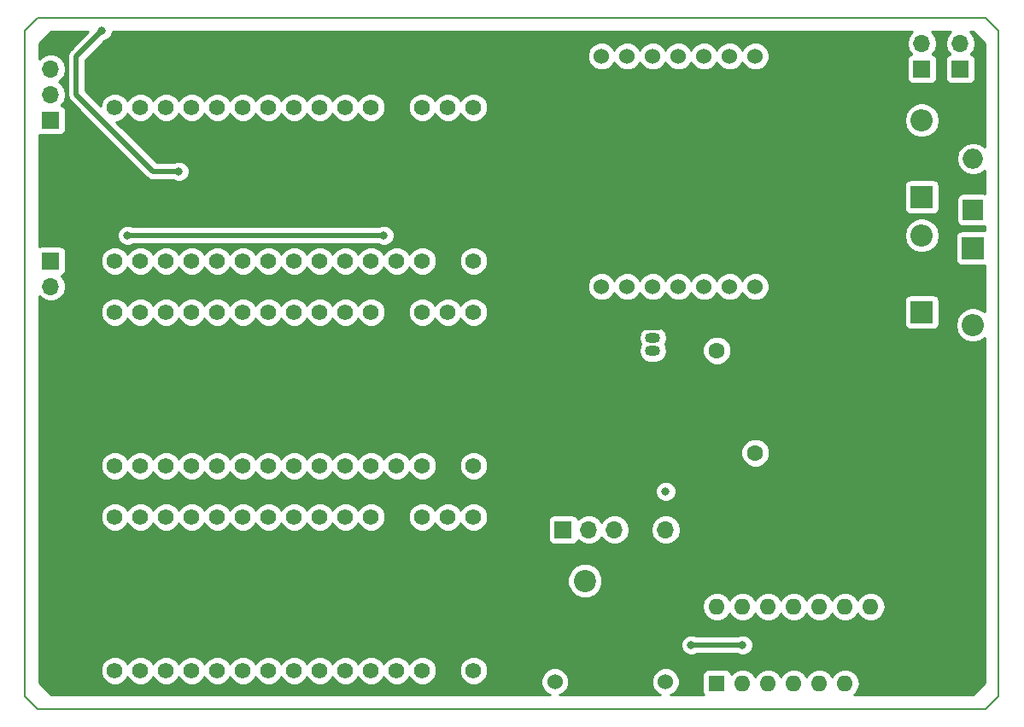
<source format=gbl>
G04 #@! TF.GenerationSoftware,KiCad,Pcbnew,6.0.0-rc1-unknown-7c960aa~66~ubuntu18.04.1*
G04 #@! TF.CreationDate,2019-03-05T20:53:04-05:00*
G04 #@! TF.ProjectId,backdash_v1.5,6261636B646173685F76312E352E6B69,rev?*
G04 #@! TF.SameCoordinates,Original*
G04 #@! TF.FileFunction,Copper,L2,Bot,Signal*
G04 #@! TF.FilePolarity,Positive*
%FSLAX46Y46*%
G04 Gerber Fmt 4.6, Leading zero omitted, Abs format (unit mm)*
G04 Created by KiCad (PCBNEW 6.0.0-rc1-unknown-7c960aa~66~ubuntu18.04.1) date Tue 05 Mar 2019 08:53:04 PM EST*
%MOMM*%
%LPD*%
G01*
G04 APERTURE LIST*
G04 #@! TA.AperFunction,NonConductor*
%ADD10C,0.150000*%
G04 #@! TD*
G04 #@! TA.AperFunction,ComponentPad*
%ADD11C,1.574800*%
G04 #@! TD*
G04 #@! TA.AperFunction,ComponentPad*
%ADD12C,1.524000*%
G04 #@! TD*
G04 #@! TA.AperFunction,ComponentPad*
%ADD13O,1.700000X1.700000*%
G04 #@! TD*
G04 #@! TA.AperFunction,ComponentPad*
%ADD14R,1.700000X1.700000*%
G04 #@! TD*
G04 #@! TA.AperFunction,ComponentPad*
%ADD15C,2.200000*%
G04 #@! TD*
G04 #@! TA.AperFunction,ComponentPad*
%ADD16R,1.500000X1.050000*%
G04 #@! TD*
G04 #@! TA.AperFunction,ComponentPad*
%ADD17O,1.500000X1.050000*%
G04 #@! TD*
G04 #@! TA.AperFunction,ComponentPad*
%ADD18O,1.600000X1.600000*%
G04 #@! TD*
G04 #@! TA.AperFunction,ComponentPad*
%ADD19R,1.600000X1.600000*%
G04 #@! TD*
G04 #@! TA.AperFunction,ComponentPad*
%ADD20O,2.200000X2.200000*%
G04 #@! TD*
G04 #@! TA.AperFunction,ComponentPad*
%ADD21R,2.200000X2.200000*%
G04 #@! TD*
G04 #@! TA.AperFunction,ComponentPad*
%ADD22O,2.000000X2.000000*%
G04 #@! TD*
G04 #@! TA.AperFunction,ComponentPad*
%ADD23R,2.000000X2.000000*%
G04 #@! TD*
G04 #@! TA.AperFunction,ComponentPad*
%ADD24C,1.600000*%
G04 #@! TD*
G04 #@! TA.AperFunction,ViaPad*
%ADD25C,0.800000*%
G04 #@! TD*
G04 #@! TA.AperFunction,Conductor*
%ADD26C,0.508000*%
G04 #@! TD*
G04 #@! TA.AperFunction,Conductor*
%ADD27C,0.254000*%
G04 #@! TD*
G04 APERTURE END LIST*
D10*
X62230000Y-19050000D02*
X63500000Y-17780000D01*
X62230000Y-85090000D02*
X62230000Y-19050000D01*
X63500000Y-86360000D02*
X62230000Y-85090000D01*
X157480000Y-86360000D02*
X63500000Y-86360000D01*
X158750000Y-85090000D02*
X157480000Y-86360000D01*
X158750000Y-19050000D02*
X158750000Y-85090000D01*
X157480000Y-17780000D02*
X158750000Y-19050000D01*
X63500000Y-17780000D02*
X157480000Y-17780000D01*
D11*
G04 #@! TO.P,NANO2 // Wheel,30*
G04 #@! TO.N,Net-(NANO2-Pad30)*
X106680000Y-62230000D03*
G04 #@! TO.P,NANO2 // Wheel,1*
G04 #@! TO.N,Net-(NANO2-Pad1)*
X106680000Y-46990000D03*
G04 #@! TO.P,NANO2 // Wheel,29*
G04 #@! TO.N,/GND*
X104140000Y-62230000D03*
G04 #@! TO.P,NANO2 // Wheel,2*
G04 #@! TO.N,Net-(NANO2-Pad2)*
X104140000Y-46990000D03*
G04 #@! TO.P,NANO2 // Wheel,28*
G04 #@! TO.N,/RST*
X101600000Y-62230000D03*
G04 #@! TO.P,NANO2 // Wheel,3*
X101600000Y-46990000D03*
G04 #@! TO.P,NANO2 // Wheel,27*
G04 #@! TO.N,/VCC*
X99060000Y-62230000D03*
G04 #@! TO.P,NANO2 // Wheel,4*
G04 #@! TO.N,/GND*
X99060000Y-46990000D03*
G04 #@! TO.P,NANO2 // Wheel,26*
G04 #@! TO.N,Net-(NANO2-Pad26)*
X96520000Y-62230000D03*
G04 #@! TO.P,NANO2 // Wheel,5*
G04 #@! TO.N,Net-(NANO2-Pad5)*
X96520000Y-46990000D03*
G04 #@! TO.P,NANO2 // Wheel,25*
G04 #@! TO.N,Net-(NANO2-Pad25)*
X93980000Y-62230000D03*
G04 #@! TO.P,NANO2 // Wheel,6*
G04 #@! TO.N,Net-(NANO2-Pad6)*
X93980000Y-46990000D03*
G04 #@! TO.P,NANO2 // Wheel,24*
G04 #@! TO.N,/A5*
X91440000Y-62230000D03*
G04 #@! TO.P,NANO2 // Wheel,7*
G04 #@! TO.N,Net-(NANO2-Pad7)*
X91440000Y-46990000D03*
G04 #@! TO.P,NANO2 // Wheel,23*
G04 #@! TO.N,/A4*
X88900000Y-62230000D03*
G04 #@! TO.P,NANO2 // Wheel,8*
G04 #@! TO.N,Net-(NANO2-Pad8)*
X88900000Y-46990000D03*
G04 #@! TO.P,NANO2 // Wheel,22*
G04 #@! TO.N,Net-(NANO2-Pad22)*
X86360000Y-62230000D03*
G04 #@! TO.P,NANO2 // Wheel,9*
G04 #@! TO.N,Net-(NANO2-Pad9)*
X86360000Y-46990000D03*
G04 #@! TO.P,NANO2 // Wheel,21*
G04 #@! TO.N,Net-(NANO2-Pad21)*
X83820000Y-62230000D03*
G04 #@! TO.P,NANO2 // Wheel,10*
G04 #@! TO.N,Net-(NANO2-Pad10)*
X83820000Y-46990000D03*
G04 #@! TO.P,NANO2 // Wheel,20*
G04 #@! TO.N,Net-(NANO2-Pad20)*
X81280000Y-62230000D03*
G04 #@! TO.P,NANO2 // Wheel,11*
G04 #@! TO.N,Net-(NANO2-Pad11)*
X81280000Y-46990000D03*
G04 #@! TO.P,NANO2 // Wheel,19*
G04 #@! TO.N,Net-(NANO2-Pad19)*
X78740000Y-62230000D03*
G04 #@! TO.P,NANO2 // Wheel,12*
G04 #@! TO.N,Net-(NANO2-Pad12)*
X78740000Y-46990000D03*
G04 #@! TO.P,NANO2 // Wheel,18*
G04 #@! TO.N,Net-(NANO2-Pad18)*
X76200000Y-62230000D03*
G04 #@! TO.P,NANO2 // Wheel,13*
G04 #@! TO.N,/D10*
X76200000Y-46990000D03*
G04 #@! TO.P,NANO2 // Wheel,17*
G04 #@! TO.N,Net-(NANO2-Pad17)*
X73660000Y-62230000D03*
G04 #@! TO.P,NANO2 // Wheel,14*
G04 #@! TO.N,Net-(NANO2-Pad14)*
X73660000Y-46990000D03*
G04 #@! TO.P,NANO2 // Wheel,16*
G04 #@! TO.N,Net-(NANO2-Pad16)*
X71120000Y-62230000D03*
G04 #@! TO.P,NANO2 // Wheel,15*
G04 #@! TO.N,Net-(NANO2-Pad15)*
X71120000Y-46990000D03*
G04 #@! TD*
D12*
G04 #@! TO.P,CAN1,16*
G04 #@! TO.N,/GND*
X116840000Y-44450000D03*
G04 #@! TO.P,CAN1,15*
G04 #@! TO.N,/VCC*
X119380000Y-44450000D03*
G04 #@! TO.P,CAN1,14*
G04 #@! TO.N,Net-(CAN1-Pad14)*
X121920000Y-44450000D03*
G04 #@! TO.P,CAN1,13*
G04 #@! TO.N,Net-(CAN1-Pad13)*
X124460000Y-44450000D03*
G04 #@! TO.P,CAN1,12*
G04 #@! TO.N,Net-(CAN1-Pad12)*
X127000000Y-44450000D03*
G04 #@! TO.P,CAN1,11*
G04 #@! TO.N,Net-(CAN1-Pad11)*
X129540000Y-44450000D03*
G04 #@! TO.P,CAN1,10*
G04 #@! TO.N,/INT*
X132080000Y-44450000D03*
G04 #@! TO.P,CAN1,9*
G04 #@! TO.N,Net-(CAN1-Pad9)*
X134620000Y-44450000D03*
G04 #@! TO.P,CAN1,1*
G04 #@! TO.N,/GND*
X116840000Y-21590000D03*
G04 #@! TO.P,CAN1,2*
G04 #@! TO.N,Net-(CAN1-Pad2)*
X119380000Y-21590000D03*
G04 #@! TO.P,CAN1,3*
G04 #@! TO.N,/SDI*
X121920000Y-21590000D03*
G04 #@! TO.P,CAN1,4*
G04 #@! TO.N,/SDO*
X124460000Y-21590000D03*
G04 #@! TO.P,CAN1,5*
G04 #@! TO.N,/SCK*
X127000000Y-21590000D03*
G04 #@! TO.P,CAN1,6*
G04 #@! TO.N,/CS*
X129540000Y-21590000D03*
G04 #@! TO.P,CAN1,7*
G04 #@! TO.N,/RST*
X132080000Y-21590000D03*
G04 #@! TO.P,CAN1,8*
G04 #@! TO.N,Net-(CAN1-Pad8)*
X134620000Y-21590000D03*
G04 #@! TD*
D13*
G04 #@! TO.P,BUCK1,2*
G04 #@! TO.N,Net-(BUCK1-Pad2)*
X118110000Y-68580000D03*
G04 #@! TO.P,BUCK1,4*
G04 #@! TO.N,/GND*
X123190000Y-68580000D03*
D14*
G04 #@! TO.P,BUCK1,1*
G04 #@! TO.N,Net-(BUCK1-Pad1)*
X115570000Y-68580000D03*
D13*
G04 #@! TO.P,BUCK1,3*
G04 #@! TO.N,/+*
X120650000Y-68580000D03*
G04 #@! TO.P,BUCK1,5*
G04 #@! TO.N,/VCC*
X125730000Y-68580000D03*
G04 #@! TD*
D12*
G04 #@! TO.P,DC1,4*
G04 #@! TO.N,Net-(DC1-Pad4)*
X125730000Y-83660000D03*
G04 #@! TO.P,DC1,3*
G04 #@! TO.N,Net-(DC1-Pad3)*
X114730000Y-83660000D03*
D15*
G04 #@! TO.P,DC1,1*
G04 #@! TO.N,/GND*
X122730000Y-73660000D03*
G04 #@! TO.P,DC1,2*
G04 #@! TO.N,/+*
X117730000Y-73660000D03*
G04 #@! TD*
D11*
G04 #@! TO.P,NANO3 // CVT,15*
G04 #@! TO.N,/SDO*
X71120000Y-26670000D03*
G04 #@! TO.P,NANO3 // CVT,16*
G04 #@! TO.N,/SCK*
X71120000Y-41910000D03*
G04 #@! TO.P,NANO3 // CVT,14*
G04 #@! TO.N,/SDI*
X73660000Y-26670000D03*
G04 #@! TO.P,NANO3 // CVT,17*
G04 #@! TO.N,Net-(NANO3-Pad17)*
X73660000Y-41910000D03*
G04 #@! TO.P,NANO3 // CVT,13*
G04 #@! TO.N,/CS*
X76200000Y-26670000D03*
G04 #@! TO.P,NANO3 // CVT,18*
G04 #@! TO.N,/REF*
X76200000Y-41910000D03*
G04 #@! TO.P,NANO3 // CVT,12*
G04 #@! TO.N,Net-(NANO3-Pad12)*
X78740000Y-26670000D03*
G04 #@! TO.P,NANO3 // CVT,19*
G04 #@! TO.N,Net-(NANO3-Pad19)*
X78740000Y-41910000D03*
G04 #@! TO.P,NANO3 // CVT,11*
G04 #@! TO.N,Net-(NANO3-Pad11)*
X81280000Y-26670000D03*
G04 #@! TO.P,NANO3 // CVT,20*
G04 #@! TO.N,Net-(NANO3-Pad20)*
X81280000Y-41910000D03*
G04 #@! TO.P,NANO3 // CVT,10*
G04 #@! TO.N,Net-(NANO3-Pad10)*
X83820000Y-26670000D03*
G04 #@! TO.P,NANO3 // CVT,21*
G04 #@! TO.N,Net-(NANO3-Pad21)*
X83820000Y-41910000D03*
G04 #@! TO.P,NANO3 // CVT,9*
G04 #@! TO.N,Net-(NANO3-Pad9)*
X86360000Y-26670000D03*
G04 #@! TO.P,NANO3 // CVT,22*
G04 #@! TO.N,Net-(NANO3-Pad22)*
X86360000Y-41910000D03*
G04 #@! TO.P,NANO3 // CVT,8*
G04 #@! TO.N,Net-(NANO3-Pad8)*
X88900000Y-26670000D03*
G04 #@! TO.P,NANO3 // CVT,23*
G04 #@! TO.N,/A4*
X88900000Y-41910000D03*
G04 #@! TO.P,NANO3 // CVT,7*
G04 #@! TO.N,Net-(NANO3-Pad7)*
X91440000Y-26670000D03*
G04 #@! TO.P,NANO3 // CVT,24*
G04 #@! TO.N,/A5*
X91440000Y-41910000D03*
G04 #@! TO.P,NANO3 // CVT,6*
G04 #@! TO.N,Net-(NANO3-Pad6)*
X93980000Y-26670000D03*
G04 #@! TO.P,NANO3 // CVT,25*
G04 #@! TO.N,Net-(NANO3-Pad25)*
X93980000Y-41910000D03*
G04 #@! TO.P,NANO3 // CVT,5*
G04 #@! TO.N,Net-(NANO3-Pad5)*
X96520000Y-26670000D03*
G04 #@! TO.P,NANO3 // CVT,26*
G04 #@! TO.N,Net-(NANO3-Pad26)*
X96520000Y-41910000D03*
G04 #@! TO.P,NANO3 // CVT,4*
G04 #@! TO.N,/GND*
X99060000Y-26670000D03*
G04 #@! TO.P,NANO3 // CVT,27*
G04 #@! TO.N,/VCC*
X99060000Y-41910000D03*
G04 #@! TO.P,NANO3 // CVT,3*
G04 #@! TO.N,/RST*
X101600000Y-26670000D03*
G04 #@! TO.P,NANO3 // CVT,28*
X101600000Y-41910000D03*
G04 #@! TO.P,NANO3 // CVT,2*
G04 #@! TO.N,Net-(NANO3-Pad2)*
X104140000Y-26670000D03*
G04 #@! TO.P,NANO3 // CVT,29*
G04 #@! TO.N,/GND*
X104140000Y-41910000D03*
G04 #@! TO.P,NANO3 // CVT,1*
G04 #@! TO.N,Net-(NANO3-Pad1)*
X106680000Y-26670000D03*
G04 #@! TO.P,NANO3 // CVT,30*
G04 #@! TO.N,Net-(NANO3-Pad30)*
X106680000Y-41910000D03*
G04 #@! TD*
D13*
G04 #@! TO.P,Wheel1,3*
G04 #@! TO.N,/GND*
X64770000Y-46990000D03*
G04 #@! TO.P,Wheel1,2*
G04 #@! TO.N,/D10*
X64770000Y-44450000D03*
D14*
G04 #@! TO.P,Wheel1,1*
G04 #@! TO.N,/VCC*
X64770000Y-41910000D03*
G04 #@! TD*
D16*
G04 #@! TO.P,Q1,1*
G04 #@! TO.N,/GND*
X124460000Y-48260000D03*
D17*
G04 #@! TO.P,Q1,3*
G04 #@! TO.N,Net-(C1-Pad1)*
X124460000Y-50800000D03*
G04 #@! TO.P,Q1,2*
G04 #@! TO.N,Net-(D3-Pad1)*
X124460000Y-49530000D03*
G04 #@! TD*
D11*
G04 #@! TO.P,NANO1 // Tach,30*
G04 #@! TO.N,Net-(NANO1-Pad30)*
X106680000Y-82550000D03*
G04 #@! TO.P,NANO1 // Tach,1*
G04 #@! TO.N,Net-(NANO1-Pad1)*
X106680000Y-67310000D03*
G04 #@! TO.P,NANO1 // Tach,29*
G04 #@! TO.N,/GND*
X104140000Y-82550000D03*
G04 #@! TO.P,NANO1 // Tach,2*
G04 #@! TO.N,Net-(NANO1-Pad2)*
X104140000Y-67310000D03*
G04 #@! TO.P,NANO1 // Tach,28*
G04 #@! TO.N,/RST*
X101600000Y-82550000D03*
G04 #@! TO.P,NANO1 // Tach,3*
X101600000Y-67310000D03*
G04 #@! TO.P,NANO1 // Tach,27*
G04 #@! TO.N,/VCC*
X99060000Y-82550000D03*
G04 #@! TO.P,NANO1 // Tach,4*
G04 #@! TO.N,/GND*
X99060000Y-67310000D03*
G04 #@! TO.P,NANO1 // Tach,26*
G04 #@! TO.N,Net-(NANO1-Pad26)*
X96520000Y-82550000D03*
G04 #@! TO.P,NANO1 // Tach,5*
G04 #@! TO.N,Net-(NANO1-Pad5)*
X96520000Y-67310000D03*
G04 #@! TO.P,NANO1 // Tach,25*
G04 #@! TO.N,Net-(NANO1-Pad25)*
X93980000Y-82550000D03*
G04 #@! TO.P,NANO1 // Tach,6*
G04 #@! TO.N,Net-(NANO1-Pad6)*
X93980000Y-67310000D03*
G04 #@! TO.P,NANO1 // Tach,24*
G04 #@! TO.N,/A5*
X91440000Y-82550000D03*
G04 #@! TO.P,NANO1 // Tach,7*
G04 #@! TO.N,Net-(NANO1-Pad7)*
X91440000Y-67310000D03*
G04 #@! TO.P,NANO1 // Tach,23*
G04 #@! TO.N,/A4*
X88900000Y-82550000D03*
G04 #@! TO.P,NANO1 // Tach,8*
G04 #@! TO.N,Net-(NANO1-Pad8)*
X88900000Y-67310000D03*
G04 #@! TO.P,NANO1 // Tach,22*
G04 #@! TO.N,Net-(NANO1-Pad22)*
X86360000Y-82550000D03*
G04 #@! TO.P,NANO1 // Tach,9*
G04 #@! TO.N,Net-(NANO1-Pad9)*
X86360000Y-67310000D03*
G04 #@! TO.P,NANO1 // Tach,21*
G04 #@! TO.N,Net-(NANO1-Pad21)*
X83820000Y-82550000D03*
G04 #@! TO.P,NANO1 // Tach,10*
G04 #@! TO.N,Net-(NANO1-Pad10)*
X83820000Y-67310000D03*
G04 #@! TO.P,NANO1 // Tach,20*
G04 #@! TO.N,Net-(NANO1-Pad20)*
X81280000Y-82550000D03*
G04 #@! TO.P,NANO1 // Tach,11*
G04 #@! TO.N,Net-(NANO1-Pad11)*
X81280000Y-67310000D03*
G04 #@! TO.P,NANO1 // Tach,19*
G04 #@! TO.N,/A0*
X78740000Y-82550000D03*
G04 #@! TO.P,NANO1 // Tach,12*
G04 #@! TO.N,Net-(NANO1-Pad12)*
X78740000Y-67310000D03*
G04 #@! TO.P,NANO1 // Tach,18*
G04 #@! TO.N,Net-(NANO1-Pad18)*
X76200000Y-82550000D03*
G04 #@! TO.P,NANO1 // Tach,13*
G04 #@! TO.N,Net-(NANO1-Pad13)*
X76200000Y-67310000D03*
G04 #@! TO.P,NANO1 // Tach,17*
G04 #@! TO.N,Net-(NANO1-Pad17)*
X73660000Y-82550000D03*
G04 #@! TO.P,NANO1 // Tach,14*
G04 #@! TO.N,Net-(NANO1-Pad14)*
X73660000Y-67310000D03*
G04 #@! TO.P,NANO1 // Tach,16*
G04 #@! TO.N,Net-(NANO1-Pad16)*
X71120000Y-82550000D03*
G04 #@! TO.P,NANO1 // Tach,15*
G04 #@! TO.N,Net-(NANO1-Pad15)*
X71120000Y-67310000D03*
G04 #@! TD*
D13*
G04 #@! TO.P,In2,2*
G04 #@! TO.N,N/C*
X154940000Y-20320000D03*
D14*
G04 #@! TO.P,In2,1*
G04 #@! TO.N,Net-(D1-Pad2)*
X154940000Y-22860000D03*
G04 #@! TD*
D13*
G04 #@! TO.P,In1,2*
G04 #@! TO.N,N/C*
X151130000Y-20320000D03*
D14*
G04 #@! TO.P,In1,1*
G04 #@! TO.N,Net-(D1-Pad1)*
X151130000Y-22860000D03*
G04 #@! TD*
D18*
G04 #@! TO.P,DIP1,14*
G04 #@! TO.N,/VCC*
X130810000Y-76200000D03*
G04 #@! TO.P,DIP1,7*
G04 #@! TO.N,/GND*
X146050000Y-83820000D03*
G04 #@! TO.P,DIP1,13*
G04 #@! TO.N,Net-(C1-Pad1)*
X133350000Y-76200000D03*
G04 #@! TO.P,DIP1,6*
G04 #@! TO.N,Net-(DIP1-Pad6)*
X143510000Y-83820000D03*
G04 #@! TO.P,DIP1,12*
G04 #@! TO.N,/A0*
X135890000Y-76200000D03*
G04 #@! TO.P,DIP1,5*
G04 #@! TO.N,Net-(DIP1-Pad5)*
X140970000Y-83820000D03*
G04 #@! TO.P,DIP1,11*
G04 #@! TO.N,Net-(DIP1-Pad11)*
X138430000Y-76200000D03*
G04 #@! TO.P,DIP1,4*
G04 #@! TO.N,Net-(DIP1-Pad4)*
X138430000Y-83820000D03*
G04 #@! TO.P,DIP1,10*
G04 #@! TO.N,Net-(DIP1-Pad10)*
X140970000Y-76200000D03*
G04 #@! TO.P,DIP1,3*
G04 #@! TO.N,Net-(DIP1-Pad3)*
X135890000Y-83820000D03*
G04 #@! TO.P,DIP1,9*
G04 #@! TO.N,Net-(DIP1-Pad9)*
X143510000Y-76200000D03*
G04 #@! TO.P,DIP1,2*
G04 #@! TO.N,Net-(DIP1-Pad2)*
X133350000Y-83820000D03*
G04 #@! TO.P,DIP1,8*
G04 #@! TO.N,Net-(DIP1-Pad8)*
X146050000Y-76200000D03*
D19*
G04 #@! TO.P,DIP1,1*
G04 #@! TO.N,Net-(C1-Pad1)*
X130810000Y-83820000D03*
G04 #@! TD*
D20*
G04 #@! TO.P,D4,2*
G04 #@! TO.N,Net-(D4-Pad2)*
X156210000Y-48260000D03*
D21*
G04 #@! TO.P,D4,1*
G04 #@! TO.N,Net-(D3-Pad1)*
X156210000Y-40640000D03*
G04 #@! TD*
D22*
G04 #@! TO.P,D3,2*
G04 #@! TO.N,Net-(D3-Pad2)*
X156210000Y-31750000D03*
D23*
G04 #@! TO.P,D3,1*
G04 #@! TO.N,Net-(D3-Pad1)*
X156210000Y-36830000D03*
G04 #@! TD*
D20*
G04 #@! TO.P,D2,2*
G04 #@! TO.N,Net-(D1-Pad1)*
X151130000Y-39370000D03*
D21*
G04 #@! TO.P,D2,1*
G04 #@! TO.N,Net-(D2-Pad1)*
X151130000Y-46990000D03*
G04 #@! TD*
D20*
G04 #@! TO.P,D1,2*
G04 #@! TO.N,Net-(D1-Pad2)*
X151130000Y-27940000D03*
D21*
G04 #@! TO.P,D1,1*
G04 #@! TO.N,Net-(D1-Pad1)*
X151130000Y-35560000D03*
G04 #@! TD*
D13*
G04 #@! TO.P,CVT1,4*
G04 #@! TO.N,/GND*
X64770000Y-20320000D03*
G04 #@! TO.P,CVT1,3*
G04 #@! TO.N,/A5*
X64770000Y-22860000D03*
G04 #@! TO.P,CVT1,2*
G04 #@! TO.N,/A4*
X64770000Y-25400000D03*
D14*
G04 #@! TO.P,CVT1,1*
G04 #@! TO.N,/VCC*
X64770000Y-27940000D03*
G04 #@! TD*
D24*
G04 #@! TO.P,C2,2*
G04 #@! TO.N,/GND*
X134620000Y-55960000D03*
G04 #@! TO.P,C2,1*
G04 #@! TO.N,/A0*
X134620000Y-60960000D03*
G04 #@! TD*
G04 #@! TO.P,C1,2*
G04 #@! TO.N,/GND*
X140810000Y-50800000D03*
G04 #@! TO.P,C1,1*
G04 #@! TO.N,Net-(C1-Pad1)*
X130810000Y-50800000D03*
G04 #@! TD*
D25*
G04 #@! TO.N,/GND*
X92710000Y-80010000D03*
X149860000Y-83820000D03*
X156210000Y-83820000D03*
X156210000Y-78740000D03*
X156210000Y-73660000D03*
X156210000Y-68580000D03*
X156210000Y-63500000D03*
X156210000Y-58420000D03*
X156210000Y-53007500D03*
X146050000Y-52070000D03*
X151130000Y-57150000D03*
X146050000Y-57150000D03*
X135890000Y-52070000D03*
X135890000Y-58420000D03*
X138430000Y-60960000D03*
X138430000Y-66040000D03*
X138430000Y-71120000D03*
X130810000Y-69850000D03*
X130810000Y-64770000D03*
X130810000Y-59690000D03*
X130810000Y-54610000D03*
X129540000Y-53340000D03*
X124460000Y-53340000D03*
X119380000Y-52070000D03*
X121920000Y-48260000D03*
X119380000Y-77470000D03*
X125730000Y-77470000D03*
X125730000Y-72390000D03*
X116840000Y-82550000D03*
X121920000Y-82550000D03*
X92710000Y-74930000D03*
X92710000Y-69850000D03*
X97790000Y-69850000D03*
X102870000Y-69850000D03*
X107950000Y-69850000D03*
X111760000Y-68580000D03*
X97790000Y-80010000D03*
X102870000Y-80010000D03*
X113030000Y-77470000D03*
X120650000Y-63500000D03*
X115570000Y-63500000D03*
X110490000Y-63500000D03*
X105410000Y-63500000D03*
X102870000Y-58420000D03*
X102870000Y-53340000D03*
X102870000Y-48260000D03*
X116840000Y-48260000D03*
X135890000Y-46990000D03*
X140970000Y-46990000D03*
X146050000Y-46990000D03*
X149860000Y-43180000D03*
X64770000Y-49530000D03*
X64770000Y-54610000D03*
X64770000Y-59690000D03*
X64770000Y-64770000D03*
X64770000Y-69850000D03*
X64770000Y-74930000D03*
X64770000Y-80010000D03*
X85090000Y-80010000D03*
X85090000Y-74930000D03*
X85090000Y-69850000D03*
X85090000Y-64770000D03*
X92710000Y-64770000D03*
X100330000Y-64770000D03*
X99060000Y-54610000D03*
X97790000Y-59690000D03*
X87630000Y-59690000D03*
X87630000Y-54610000D03*
X80010000Y-64770000D03*
X74930000Y-64770000D03*
X69850000Y-64770000D03*
X82550000Y-59690000D03*
X77470000Y-59690000D03*
X72390000Y-59690000D03*
X80010000Y-69850000D03*
X74930000Y-69850000D03*
X69850000Y-69850000D03*
X80010000Y-80010000D03*
X74930000Y-80010000D03*
X69850000Y-80010000D03*
X93980000Y-59690000D03*
X93980000Y-54610000D03*
X88900000Y-36830000D03*
X81280000Y-29210000D03*
X85090000Y-33020000D03*
X86360000Y-29210000D03*
X91440000Y-29210000D03*
X96520000Y-29210000D03*
X101600000Y-29210000D03*
X106680000Y-29210000D03*
X111760000Y-29210000D03*
X116840000Y-29210000D03*
X121920000Y-29210000D03*
X127000000Y-26670000D03*
X130810000Y-22860000D03*
X130810000Y-46990000D03*
X125730000Y-46990000D03*
X125730000Y-41910000D03*
X130810000Y-41910000D03*
X135890000Y-41910000D03*
X147320000Y-33020000D03*
X148590000Y-38100000D03*
X147320000Y-27940000D03*
X148590000Y-24130000D03*
X148590000Y-20320000D03*
X144780000Y-20320000D03*
X139700000Y-20320000D03*
X135890000Y-22860000D03*
X74930000Y-20320000D03*
X72390000Y-22860000D03*
X66040000Y-21590000D03*
X95250000Y-36830000D03*
X101600000Y-39370000D03*
X109220000Y-41910000D03*
X114300000Y-41910000D03*
X120650000Y-41910000D03*
X109220000Y-36830000D03*
X106680000Y-36830000D03*
X106680000Y-34290000D03*
X106680000Y-31750000D03*
X109220000Y-31750000D03*
X109220000Y-34290000D03*
X109220000Y-26670000D03*
X106680000Y-52070000D03*
X106680000Y-54610000D03*
X106680000Y-57150000D03*
X109220000Y-57150000D03*
X109220000Y-54610000D03*
X109220000Y-52070000D03*
X109220000Y-62230000D03*
X68580000Y-62230000D03*
X68580000Y-67310000D03*
X68580000Y-82550000D03*
X64770000Y-83820000D03*
X109220000Y-82550000D03*
X109220000Y-77470000D03*
X111760000Y-73660000D03*
X111760000Y-53340000D03*
X111760000Y-33020000D03*
X109220000Y-72390000D03*
X109220000Y-67310000D03*
X109220000Y-74930000D03*
X106680000Y-74930000D03*
X106680000Y-77470000D03*
X106680000Y-72390000D03*
X93980000Y-44450000D03*
X99060000Y-44450000D03*
X72390000Y-50800000D03*
X68580000Y-50800000D03*
X77470000Y-49530000D03*
X82550000Y-49530000D03*
X87630000Y-49530000D03*
X93980000Y-49530000D03*
X99060000Y-49530000D03*
X102870000Y-44450000D03*
X102870000Y-44450000D03*
X102870000Y-44450000D03*
X109220000Y-44450000D03*
X114300000Y-44450000D03*
X109220000Y-46990000D03*
X106680000Y-39370000D03*
X128270000Y-82550000D03*
X135890000Y-78740000D03*
X135890000Y-81280000D03*
X142240000Y-81280000D03*
X140970000Y-52070000D03*
X116840000Y-26670000D03*
X116840000Y-24130000D03*
X106680000Y-24130000D03*
X101600000Y-24130000D03*
X96520000Y-24130000D03*
X91440000Y-24130000D03*
X86360000Y-24130000D03*
X81280000Y-24130000D03*
X81280000Y-21590000D03*
X86360000Y-21590000D03*
X91440000Y-21590000D03*
X96520000Y-21590000D03*
X101600000Y-21590000D03*
X106680000Y-21590000D03*
X111760000Y-21590000D03*
X74930000Y-24130000D03*
X130810000Y-20320000D03*
G04 #@! TO.N,/VCC*
X97790000Y-39370000D03*
X72390000Y-39370000D03*
X125730000Y-64770000D03*
G04 #@! TO.N,/A0*
X133350000Y-80010000D03*
X128270000Y-80010000D03*
G04 #@! TO.N,/SCK*
X69850000Y-19050000D03*
X77470000Y-33020000D03*
G04 #@! TD*
D26*
G04 #@! TO.N,/VCC*
X72390000Y-39370000D02*
X97790000Y-39370000D01*
G04 #@! TO.N,/A0*
X128270000Y-80010000D02*
X133350000Y-80010000D01*
G04 #@! TO.N,/SCK*
X75632726Y-33020000D02*
X77470000Y-33020000D01*
X74930000Y-33020000D02*
X75632726Y-33020000D01*
X67310000Y-25400000D02*
X74930000Y-33020000D01*
X69850000Y-19050000D02*
X67310000Y-21590000D01*
X67310000Y-21590000D02*
X67310000Y-25400000D01*
G04 #@! TD*
D27*
G04 #@! TO.N,/GND*
G36*
X66743296Y-20899469D02*
X66669067Y-20949067D01*
X66472581Y-21243131D01*
X66439022Y-21411843D01*
X66403584Y-21590000D01*
X66421000Y-21677555D01*
X66421001Y-25312441D01*
X66403584Y-25400000D01*
X66472582Y-25746870D01*
X66669068Y-26040933D01*
X66743294Y-26090529D01*
X74239471Y-33586707D01*
X74289067Y-33660933D01*
X74583130Y-33857419D01*
X74842444Y-33909000D01*
X74842448Y-33909000D01*
X74929999Y-33926415D01*
X75017550Y-33909000D01*
X76911650Y-33909000D01*
X77264126Y-34055000D01*
X77675874Y-34055000D01*
X78056280Y-33897431D01*
X78347431Y-33606280D01*
X78505000Y-33225874D01*
X78505000Y-32814126D01*
X78347431Y-32433720D01*
X78056280Y-32142569D01*
X77675874Y-31985000D01*
X77264126Y-31985000D01*
X76911650Y-32131000D01*
X75298236Y-32131000D01*
X71259635Y-28092400D01*
X71402933Y-28092400D01*
X71925725Y-27875852D01*
X72325852Y-27475725D01*
X72390000Y-27320858D01*
X72454148Y-27475725D01*
X72854275Y-27875852D01*
X73377067Y-28092400D01*
X73942933Y-28092400D01*
X74465725Y-27875852D01*
X74865852Y-27475725D01*
X74930000Y-27320858D01*
X74994148Y-27475725D01*
X75394275Y-27875852D01*
X75917067Y-28092400D01*
X76482933Y-28092400D01*
X77005725Y-27875852D01*
X77405852Y-27475725D01*
X77470000Y-27320858D01*
X77534148Y-27475725D01*
X77934275Y-27875852D01*
X78457067Y-28092400D01*
X79022933Y-28092400D01*
X79545725Y-27875852D01*
X79945852Y-27475725D01*
X80010000Y-27320858D01*
X80074148Y-27475725D01*
X80474275Y-27875852D01*
X80997067Y-28092400D01*
X81562933Y-28092400D01*
X82085725Y-27875852D01*
X82485852Y-27475725D01*
X82550000Y-27320858D01*
X82614148Y-27475725D01*
X83014275Y-27875852D01*
X83537067Y-28092400D01*
X84102933Y-28092400D01*
X84625725Y-27875852D01*
X85025852Y-27475725D01*
X85090000Y-27320858D01*
X85154148Y-27475725D01*
X85554275Y-27875852D01*
X86077067Y-28092400D01*
X86642933Y-28092400D01*
X87165725Y-27875852D01*
X87565852Y-27475725D01*
X87630000Y-27320858D01*
X87694148Y-27475725D01*
X88094275Y-27875852D01*
X88617067Y-28092400D01*
X89182933Y-28092400D01*
X89705725Y-27875852D01*
X90105852Y-27475725D01*
X90170000Y-27320858D01*
X90234148Y-27475725D01*
X90634275Y-27875852D01*
X91157067Y-28092400D01*
X91722933Y-28092400D01*
X92245725Y-27875852D01*
X92645852Y-27475725D01*
X92710000Y-27320858D01*
X92774148Y-27475725D01*
X93174275Y-27875852D01*
X93697067Y-28092400D01*
X94262933Y-28092400D01*
X94785725Y-27875852D01*
X95185852Y-27475725D01*
X95250000Y-27320858D01*
X95314148Y-27475725D01*
X95714275Y-27875852D01*
X96237067Y-28092400D01*
X96802933Y-28092400D01*
X97325725Y-27875852D01*
X97725852Y-27475725D01*
X97942400Y-26952933D01*
X97942400Y-26387067D01*
X100177600Y-26387067D01*
X100177600Y-26952933D01*
X100394148Y-27475725D01*
X100794275Y-27875852D01*
X101317067Y-28092400D01*
X101882933Y-28092400D01*
X102405725Y-27875852D01*
X102805852Y-27475725D01*
X102870000Y-27320858D01*
X102934148Y-27475725D01*
X103334275Y-27875852D01*
X103857067Y-28092400D01*
X104422933Y-28092400D01*
X104945725Y-27875852D01*
X105345852Y-27475725D01*
X105410000Y-27320858D01*
X105474148Y-27475725D01*
X105874275Y-27875852D01*
X106397067Y-28092400D01*
X106962933Y-28092400D01*
X107330858Y-27940000D01*
X149361010Y-27940000D01*
X149495666Y-28616963D01*
X149879135Y-29190865D01*
X150453037Y-29574334D01*
X150959120Y-29675000D01*
X151300880Y-29675000D01*
X151806963Y-29574334D01*
X152380865Y-29190865D01*
X152764334Y-28616963D01*
X152898990Y-27940000D01*
X152764334Y-27263037D01*
X152380865Y-26689135D01*
X151806963Y-26305666D01*
X151300880Y-26205000D01*
X150959120Y-26205000D01*
X150453037Y-26305666D01*
X149879135Y-26689135D01*
X149495666Y-27263037D01*
X149361010Y-27940000D01*
X107330858Y-27940000D01*
X107485725Y-27875852D01*
X107885852Y-27475725D01*
X108102400Y-26952933D01*
X108102400Y-26387067D01*
X107885852Y-25864275D01*
X107485725Y-25464148D01*
X106962933Y-25247600D01*
X106397067Y-25247600D01*
X105874275Y-25464148D01*
X105474148Y-25864275D01*
X105410000Y-26019142D01*
X105345852Y-25864275D01*
X104945725Y-25464148D01*
X104422933Y-25247600D01*
X103857067Y-25247600D01*
X103334275Y-25464148D01*
X102934148Y-25864275D01*
X102870000Y-26019142D01*
X102805852Y-25864275D01*
X102405725Y-25464148D01*
X101882933Y-25247600D01*
X101317067Y-25247600D01*
X100794275Y-25464148D01*
X100394148Y-25864275D01*
X100177600Y-26387067D01*
X97942400Y-26387067D01*
X97725852Y-25864275D01*
X97325725Y-25464148D01*
X96802933Y-25247600D01*
X96237067Y-25247600D01*
X95714275Y-25464148D01*
X95314148Y-25864275D01*
X95250000Y-26019142D01*
X95185852Y-25864275D01*
X94785725Y-25464148D01*
X94262933Y-25247600D01*
X93697067Y-25247600D01*
X93174275Y-25464148D01*
X92774148Y-25864275D01*
X92710000Y-26019142D01*
X92645852Y-25864275D01*
X92245725Y-25464148D01*
X91722933Y-25247600D01*
X91157067Y-25247600D01*
X90634275Y-25464148D01*
X90234148Y-25864275D01*
X90170000Y-26019142D01*
X90105852Y-25864275D01*
X89705725Y-25464148D01*
X89182933Y-25247600D01*
X88617067Y-25247600D01*
X88094275Y-25464148D01*
X87694148Y-25864275D01*
X87630000Y-26019142D01*
X87565852Y-25864275D01*
X87165725Y-25464148D01*
X86642933Y-25247600D01*
X86077067Y-25247600D01*
X85554275Y-25464148D01*
X85154148Y-25864275D01*
X85090000Y-26019142D01*
X85025852Y-25864275D01*
X84625725Y-25464148D01*
X84102933Y-25247600D01*
X83537067Y-25247600D01*
X83014275Y-25464148D01*
X82614148Y-25864275D01*
X82550000Y-26019142D01*
X82485852Y-25864275D01*
X82085725Y-25464148D01*
X81562933Y-25247600D01*
X80997067Y-25247600D01*
X80474275Y-25464148D01*
X80074148Y-25864275D01*
X80010000Y-26019142D01*
X79945852Y-25864275D01*
X79545725Y-25464148D01*
X79022933Y-25247600D01*
X78457067Y-25247600D01*
X77934275Y-25464148D01*
X77534148Y-25864275D01*
X77470000Y-26019142D01*
X77405852Y-25864275D01*
X77005725Y-25464148D01*
X76482933Y-25247600D01*
X75917067Y-25247600D01*
X75394275Y-25464148D01*
X74994148Y-25864275D01*
X74930000Y-26019142D01*
X74865852Y-25864275D01*
X74465725Y-25464148D01*
X73942933Y-25247600D01*
X73377067Y-25247600D01*
X72854275Y-25464148D01*
X72454148Y-25864275D01*
X72390000Y-26019142D01*
X72325852Y-25864275D01*
X71925725Y-25464148D01*
X71402933Y-25247600D01*
X70837067Y-25247600D01*
X70314275Y-25464148D01*
X69914148Y-25864275D01*
X69697600Y-26387067D01*
X69697600Y-26530365D01*
X68199000Y-25031765D01*
X68199000Y-21958235D01*
X68845116Y-21312119D01*
X117983000Y-21312119D01*
X117983000Y-21867881D01*
X118195680Y-22381337D01*
X118588663Y-22774320D01*
X119102119Y-22987000D01*
X119657881Y-22987000D01*
X120171337Y-22774320D01*
X120564320Y-22381337D01*
X120650000Y-22174487D01*
X120735680Y-22381337D01*
X121128663Y-22774320D01*
X121642119Y-22987000D01*
X122197881Y-22987000D01*
X122711337Y-22774320D01*
X123104320Y-22381337D01*
X123190000Y-22174487D01*
X123275680Y-22381337D01*
X123668663Y-22774320D01*
X124182119Y-22987000D01*
X124737881Y-22987000D01*
X125251337Y-22774320D01*
X125644320Y-22381337D01*
X125730000Y-22174487D01*
X125815680Y-22381337D01*
X126208663Y-22774320D01*
X126722119Y-22987000D01*
X127277881Y-22987000D01*
X127791337Y-22774320D01*
X128184320Y-22381337D01*
X128270000Y-22174487D01*
X128355680Y-22381337D01*
X128748663Y-22774320D01*
X129262119Y-22987000D01*
X129817881Y-22987000D01*
X130331337Y-22774320D01*
X130724320Y-22381337D01*
X130810000Y-22174487D01*
X130895680Y-22381337D01*
X131288663Y-22774320D01*
X131802119Y-22987000D01*
X132357881Y-22987000D01*
X132871337Y-22774320D01*
X133264320Y-22381337D01*
X133350000Y-22174487D01*
X133435680Y-22381337D01*
X133828663Y-22774320D01*
X134342119Y-22987000D01*
X134897881Y-22987000D01*
X135411337Y-22774320D01*
X135804320Y-22381337D01*
X136017000Y-21867881D01*
X136017000Y-21312119D01*
X135804320Y-20798663D01*
X135411337Y-20405680D01*
X134897881Y-20193000D01*
X134342119Y-20193000D01*
X133828663Y-20405680D01*
X133435680Y-20798663D01*
X133350000Y-21005513D01*
X133264320Y-20798663D01*
X132871337Y-20405680D01*
X132357881Y-20193000D01*
X131802119Y-20193000D01*
X131288663Y-20405680D01*
X130895680Y-20798663D01*
X130810000Y-21005513D01*
X130724320Y-20798663D01*
X130331337Y-20405680D01*
X129817881Y-20193000D01*
X129262119Y-20193000D01*
X128748663Y-20405680D01*
X128355680Y-20798663D01*
X128270000Y-21005513D01*
X128184320Y-20798663D01*
X127791337Y-20405680D01*
X127277881Y-20193000D01*
X126722119Y-20193000D01*
X126208663Y-20405680D01*
X125815680Y-20798663D01*
X125730000Y-21005513D01*
X125644320Y-20798663D01*
X125251337Y-20405680D01*
X124737881Y-20193000D01*
X124182119Y-20193000D01*
X123668663Y-20405680D01*
X123275680Y-20798663D01*
X123190000Y-21005513D01*
X123104320Y-20798663D01*
X122711337Y-20405680D01*
X122197881Y-20193000D01*
X121642119Y-20193000D01*
X121128663Y-20405680D01*
X120735680Y-20798663D01*
X120650000Y-21005513D01*
X120564320Y-20798663D01*
X120171337Y-20405680D01*
X119657881Y-20193000D01*
X119102119Y-20193000D01*
X118588663Y-20405680D01*
X118195680Y-20798663D01*
X117983000Y-21312119D01*
X68845116Y-21312119D01*
X70083805Y-20073430D01*
X70436280Y-19927431D01*
X70727431Y-19636280D01*
X70885000Y-19255874D01*
X70885000Y-19177000D01*
X150167692Y-19177000D01*
X150059375Y-19249375D01*
X149731161Y-19740582D01*
X149615908Y-20320000D01*
X149731161Y-20899418D01*
X150059375Y-21390625D01*
X150077619Y-21402816D01*
X150032235Y-21411843D01*
X149822191Y-21552191D01*
X149681843Y-21762235D01*
X149632560Y-22010000D01*
X149632560Y-23710000D01*
X149681843Y-23957765D01*
X149822191Y-24167809D01*
X150032235Y-24308157D01*
X150280000Y-24357440D01*
X151980000Y-24357440D01*
X152227765Y-24308157D01*
X152437809Y-24167809D01*
X152578157Y-23957765D01*
X152627440Y-23710000D01*
X152627440Y-22010000D01*
X152578157Y-21762235D01*
X152437809Y-21552191D01*
X152227765Y-21411843D01*
X152182381Y-21402816D01*
X152200625Y-21390625D01*
X152528839Y-20899418D01*
X152644092Y-20320000D01*
X152528839Y-19740582D01*
X152200625Y-19249375D01*
X152092308Y-19177000D01*
X153977692Y-19177000D01*
X153869375Y-19249375D01*
X153541161Y-19740582D01*
X153425908Y-20320000D01*
X153541161Y-20899418D01*
X153869375Y-21390625D01*
X153887619Y-21402816D01*
X153842235Y-21411843D01*
X153632191Y-21552191D01*
X153491843Y-21762235D01*
X153442560Y-22010000D01*
X153442560Y-23710000D01*
X153491843Y-23957765D01*
X153632191Y-24167809D01*
X153842235Y-24308157D01*
X154090000Y-24357440D01*
X155790000Y-24357440D01*
X156037765Y-24308157D01*
X156247809Y-24167809D01*
X156388157Y-23957765D01*
X156437440Y-23710000D01*
X156437440Y-22010000D01*
X156388157Y-21762235D01*
X156247809Y-21552191D01*
X156037765Y-21411843D01*
X155992381Y-21402816D01*
X156010625Y-21390625D01*
X156338839Y-20899418D01*
X156454092Y-20320000D01*
X156338839Y-19740582D01*
X156010625Y-19249375D01*
X155902308Y-19177000D01*
X156157394Y-19177000D01*
X157353000Y-20372606D01*
X157353000Y-30547331D01*
X156847945Y-30209864D01*
X156371031Y-30115000D01*
X156048969Y-30115000D01*
X155572055Y-30209864D01*
X155031231Y-30571231D01*
X154669864Y-31112055D01*
X154542969Y-31750000D01*
X154669864Y-32387945D01*
X155031231Y-32928769D01*
X155572055Y-33290136D01*
X156048969Y-33385000D01*
X156371031Y-33385000D01*
X156847945Y-33290136D01*
X157353000Y-32952669D01*
X157353000Y-35211004D01*
X157210000Y-35182560D01*
X155210000Y-35182560D01*
X154962235Y-35231843D01*
X154752191Y-35372191D01*
X154611843Y-35582235D01*
X154562560Y-35830000D01*
X154562560Y-37830000D01*
X154611843Y-38077765D01*
X154752191Y-38287809D01*
X154962235Y-38428157D01*
X155210000Y-38477440D01*
X157210000Y-38477440D01*
X157353000Y-38448996D01*
X157353000Y-38901113D01*
X157310000Y-38892560D01*
X155110000Y-38892560D01*
X154862235Y-38941843D01*
X154652191Y-39082191D01*
X154511843Y-39292235D01*
X154462560Y-39540000D01*
X154462560Y-41740000D01*
X154511843Y-41987765D01*
X154652191Y-42197809D01*
X154862235Y-42338157D01*
X155110000Y-42387440D01*
X157310000Y-42387440D01*
X157353000Y-42378887D01*
X157353000Y-46937062D01*
X156886963Y-46625666D01*
X156380880Y-46525000D01*
X156039120Y-46525000D01*
X155533037Y-46625666D01*
X154959135Y-47009135D01*
X154575666Y-47583037D01*
X154441010Y-48260000D01*
X154575666Y-48936963D01*
X154959135Y-49510865D01*
X155533037Y-49894334D01*
X156039120Y-49995000D01*
X156380880Y-49995000D01*
X156886963Y-49894334D01*
X157353000Y-49582938D01*
X157353000Y-83767394D01*
X156157394Y-84963000D01*
X144382311Y-84963000D01*
X144544577Y-84854577D01*
X144861740Y-84379909D01*
X144973113Y-83820000D01*
X144861740Y-83260091D01*
X144544577Y-82785423D01*
X144069909Y-82468260D01*
X143651333Y-82385000D01*
X143368667Y-82385000D01*
X142950091Y-82468260D01*
X142475423Y-82785423D01*
X142240000Y-83137758D01*
X142004577Y-82785423D01*
X141529909Y-82468260D01*
X141111333Y-82385000D01*
X140828667Y-82385000D01*
X140410091Y-82468260D01*
X139935423Y-82785423D01*
X139700000Y-83137758D01*
X139464577Y-82785423D01*
X138989909Y-82468260D01*
X138571333Y-82385000D01*
X138288667Y-82385000D01*
X137870091Y-82468260D01*
X137395423Y-82785423D01*
X137160000Y-83137758D01*
X136924577Y-82785423D01*
X136449909Y-82468260D01*
X136031333Y-82385000D01*
X135748667Y-82385000D01*
X135330091Y-82468260D01*
X134855423Y-82785423D01*
X134620000Y-83137758D01*
X134384577Y-82785423D01*
X133909909Y-82468260D01*
X133491333Y-82385000D01*
X133208667Y-82385000D01*
X132790091Y-82468260D01*
X132315423Y-82785423D01*
X132234785Y-82906106D01*
X132208157Y-82772235D01*
X132067809Y-82562191D01*
X131857765Y-82421843D01*
X131610000Y-82372560D01*
X130010000Y-82372560D01*
X129762235Y-82421843D01*
X129552191Y-82562191D01*
X129411843Y-82772235D01*
X129362560Y-83020000D01*
X129362560Y-84620000D01*
X129411843Y-84867765D01*
X129475477Y-84963000D01*
X126234818Y-84963000D01*
X126521337Y-84844320D01*
X126914320Y-84451337D01*
X127127000Y-83937881D01*
X127127000Y-83382119D01*
X126914320Y-82868663D01*
X126521337Y-82475680D01*
X126007881Y-82263000D01*
X125452119Y-82263000D01*
X124938663Y-82475680D01*
X124545680Y-82868663D01*
X124333000Y-83382119D01*
X124333000Y-83937881D01*
X124545680Y-84451337D01*
X124938663Y-84844320D01*
X125225182Y-84963000D01*
X115234818Y-84963000D01*
X115521337Y-84844320D01*
X115914320Y-84451337D01*
X116127000Y-83937881D01*
X116127000Y-83382119D01*
X115914320Y-82868663D01*
X115521337Y-82475680D01*
X115007881Y-82263000D01*
X114452119Y-82263000D01*
X113938663Y-82475680D01*
X113545680Y-82868663D01*
X113333000Y-83382119D01*
X113333000Y-83937881D01*
X113545680Y-84451337D01*
X113938663Y-84844320D01*
X114225182Y-84963000D01*
X64822606Y-84963000D01*
X63627000Y-83767394D01*
X63627000Y-82267067D01*
X69697600Y-82267067D01*
X69697600Y-82832933D01*
X69914148Y-83355725D01*
X70314275Y-83755852D01*
X70837067Y-83972400D01*
X71402933Y-83972400D01*
X71925725Y-83755852D01*
X72325852Y-83355725D01*
X72390000Y-83200858D01*
X72454148Y-83355725D01*
X72854275Y-83755852D01*
X73377067Y-83972400D01*
X73942933Y-83972400D01*
X74465725Y-83755852D01*
X74865852Y-83355725D01*
X74930000Y-83200858D01*
X74994148Y-83355725D01*
X75394275Y-83755852D01*
X75917067Y-83972400D01*
X76482933Y-83972400D01*
X77005725Y-83755852D01*
X77405852Y-83355725D01*
X77470000Y-83200858D01*
X77534148Y-83355725D01*
X77934275Y-83755852D01*
X78457067Y-83972400D01*
X79022933Y-83972400D01*
X79545725Y-83755852D01*
X79945852Y-83355725D01*
X80010000Y-83200858D01*
X80074148Y-83355725D01*
X80474275Y-83755852D01*
X80997067Y-83972400D01*
X81562933Y-83972400D01*
X82085725Y-83755852D01*
X82485852Y-83355725D01*
X82550000Y-83200858D01*
X82614148Y-83355725D01*
X83014275Y-83755852D01*
X83537067Y-83972400D01*
X84102933Y-83972400D01*
X84625725Y-83755852D01*
X85025852Y-83355725D01*
X85090000Y-83200858D01*
X85154148Y-83355725D01*
X85554275Y-83755852D01*
X86077067Y-83972400D01*
X86642933Y-83972400D01*
X87165725Y-83755852D01*
X87565852Y-83355725D01*
X87630000Y-83200858D01*
X87694148Y-83355725D01*
X88094275Y-83755852D01*
X88617067Y-83972400D01*
X89182933Y-83972400D01*
X89705725Y-83755852D01*
X90105852Y-83355725D01*
X90170000Y-83200858D01*
X90234148Y-83355725D01*
X90634275Y-83755852D01*
X91157067Y-83972400D01*
X91722933Y-83972400D01*
X92245725Y-83755852D01*
X92645852Y-83355725D01*
X92710000Y-83200858D01*
X92774148Y-83355725D01*
X93174275Y-83755852D01*
X93697067Y-83972400D01*
X94262933Y-83972400D01*
X94785725Y-83755852D01*
X95185852Y-83355725D01*
X95250000Y-83200858D01*
X95314148Y-83355725D01*
X95714275Y-83755852D01*
X96237067Y-83972400D01*
X96802933Y-83972400D01*
X97325725Y-83755852D01*
X97725852Y-83355725D01*
X97790000Y-83200858D01*
X97854148Y-83355725D01*
X98254275Y-83755852D01*
X98777067Y-83972400D01*
X99342933Y-83972400D01*
X99865725Y-83755852D01*
X100265852Y-83355725D01*
X100330000Y-83200858D01*
X100394148Y-83355725D01*
X100794275Y-83755852D01*
X101317067Y-83972400D01*
X101882933Y-83972400D01*
X102405725Y-83755852D01*
X102805852Y-83355725D01*
X103022400Y-82832933D01*
X103022400Y-82267067D01*
X105257600Y-82267067D01*
X105257600Y-82832933D01*
X105474148Y-83355725D01*
X105874275Y-83755852D01*
X106397067Y-83972400D01*
X106962933Y-83972400D01*
X107485725Y-83755852D01*
X107885852Y-83355725D01*
X108102400Y-82832933D01*
X108102400Y-82267067D01*
X107885852Y-81744275D01*
X107485725Y-81344148D01*
X106962933Y-81127600D01*
X106397067Y-81127600D01*
X105874275Y-81344148D01*
X105474148Y-81744275D01*
X105257600Y-82267067D01*
X103022400Y-82267067D01*
X102805852Y-81744275D01*
X102405725Y-81344148D01*
X101882933Y-81127600D01*
X101317067Y-81127600D01*
X100794275Y-81344148D01*
X100394148Y-81744275D01*
X100330000Y-81899142D01*
X100265852Y-81744275D01*
X99865725Y-81344148D01*
X99342933Y-81127600D01*
X98777067Y-81127600D01*
X98254275Y-81344148D01*
X97854148Y-81744275D01*
X97790000Y-81899142D01*
X97725852Y-81744275D01*
X97325725Y-81344148D01*
X96802933Y-81127600D01*
X96237067Y-81127600D01*
X95714275Y-81344148D01*
X95314148Y-81744275D01*
X95250000Y-81899142D01*
X95185852Y-81744275D01*
X94785725Y-81344148D01*
X94262933Y-81127600D01*
X93697067Y-81127600D01*
X93174275Y-81344148D01*
X92774148Y-81744275D01*
X92710000Y-81899142D01*
X92645852Y-81744275D01*
X92245725Y-81344148D01*
X91722933Y-81127600D01*
X91157067Y-81127600D01*
X90634275Y-81344148D01*
X90234148Y-81744275D01*
X90170000Y-81899142D01*
X90105852Y-81744275D01*
X89705725Y-81344148D01*
X89182933Y-81127600D01*
X88617067Y-81127600D01*
X88094275Y-81344148D01*
X87694148Y-81744275D01*
X87630000Y-81899142D01*
X87565852Y-81744275D01*
X87165725Y-81344148D01*
X86642933Y-81127600D01*
X86077067Y-81127600D01*
X85554275Y-81344148D01*
X85154148Y-81744275D01*
X85090000Y-81899142D01*
X85025852Y-81744275D01*
X84625725Y-81344148D01*
X84102933Y-81127600D01*
X83537067Y-81127600D01*
X83014275Y-81344148D01*
X82614148Y-81744275D01*
X82550000Y-81899142D01*
X82485852Y-81744275D01*
X82085725Y-81344148D01*
X81562933Y-81127600D01*
X80997067Y-81127600D01*
X80474275Y-81344148D01*
X80074148Y-81744275D01*
X80010000Y-81899142D01*
X79945852Y-81744275D01*
X79545725Y-81344148D01*
X79022933Y-81127600D01*
X78457067Y-81127600D01*
X77934275Y-81344148D01*
X77534148Y-81744275D01*
X77470000Y-81899142D01*
X77405852Y-81744275D01*
X77005725Y-81344148D01*
X76482933Y-81127600D01*
X75917067Y-81127600D01*
X75394275Y-81344148D01*
X74994148Y-81744275D01*
X74930000Y-81899142D01*
X74865852Y-81744275D01*
X74465725Y-81344148D01*
X73942933Y-81127600D01*
X73377067Y-81127600D01*
X72854275Y-81344148D01*
X72454148Y-81744275D01*
X72390000Y-81899142D01*
X72325852Y-81744275D01*
X71925725Y-81344148D01*
X71402933Y-81127600D01*
X70837067Y-81127600D01*
X70314275Y-81344148D01*
X69914148Y-81744275D01*
X69697600Y-82267067D01*
X63627000Y-82267067D01*
X63627000Y-79804126D01*
X127235000Y-79804126D01*
X127235000Y-80215874D01*
X127392569Y-80596280D01*
X127683720Y-80887431D01*
X128064126Y-81045000D01*
X128475874Y-81045000D01*
X128828350Y-80899000D01*
X132791650Y-80899000D01*
X133144126Y-81045000D01*
X133555874Y-81045000D01*
X133936280Y-80887431D01*
X134227431Y-80596280D01*
X134385000Y-80215874D01*
X134385000Y-79804126D01*
X134227431Y-79423720D01*
X133936280Y-79132569D01*
X133555874Y-78975000D01*
X133144126Y-78975000D01*
X132791650Y-79121000D01*
X128828350Y-79121000D01*
X128475874Y-78975000D01*
X128064126Y-78975000D01*
X127683720Y-79132569D01*
X127392569Y-79423720D01*
X127235000Y-79804126D01*
X63627000Y-79804126D01*
X63627000Y-76200000D01*
X129346887Y-76200000D01*
X129458260Y-76759909D01*
X129775423Y-77234577D01*
X130250091Y-77551740D01*
X130668667Y-77635000D01*
X130951333Y-77635000D01*
X131369909Y-77551740D01*
X131844577Y-77234577D01*
X132080000Y-76882242D01*
X132315423Y-77234577D01*
X132790091Y-77551740D01*
X133208667Y-77635000D01*
X133491333Y-77635000D01*
X133909909Y-77551740D01*
X134384577Y-77234577D01*
X134620000Y-76882242D01*
X134855423Y-77234577D01*
X135330091Y-77551740D01*
X135748667Y-77635000D01*
X136031333Y-77635000D01*
X136449909Y-77551740D01*
X136924577Y-77234577D01*
X137160000Y-76882242D01*
X137395423Y-77234577D01*
X137870091Y-77551740D01*
X138288667Y-77635000D01*
X138571333Y-77635000D01*
X138989909Y-77551740D01*
X139464577Y-77234577D01*
X139700000Y-76882242D01*
X139935423Y-77234577D01*
X140410091Y-77551740D01*
X140828667Y-77635000D01*
X141111333Y-77635000D01*
X141529909Y-77551740D01*
X142004577Y-77234577D01*
X142240000Y-76882242D01*
X142475423Y-77234577D01*
X142950091Y-77551740D01*
X143368667Y-77635000D01*
X143651333Y-77635000D01*
X144069909Y-77551740D01*
X144544577Y-77234577D01*
X144780000Y-76882242D01*
X145015423Y-77234577D01*
X145490091Y-77551740D01*
X145908667Y-77635000D01*
X146191333Y-77635000D01*
X146609909Y-77551740D01*
X147084577Y-77234577D01*
X147401740Y-76759909D01*
X147513113Y-76200000D01*
X147401740Y-75640091D01*
X147084577Y-75165423D01*
X146609909Y-74848260D01*
X146191333Y-74765000D01*
X145908667Y-74765000D01*
X145490091Y-74848260D01*
X145015423Y-75165423D01*
X144780000Y-75517758D01*
X144544577Y-75165423D01*
X144069909Y-74848260D01*
X143651333Y-74765000D01*
X143368667Y-74765000D01*
X142950091Y-74848260D01*
X142475423Y-75165423D01*
X142240000Y-75517758D01*
X142004577Y-75165423D01*
X141529909Y-74848260D01*
X141111333Y-74765000D01*
X140828667Y-74765000D01*
X140410091Y-74848260D01*
X139935423Y-75165423D01*
X139700000Y-75517758D01*
X139464577Y-75165423D01*
X138989909Y-74848260D01*
X138571333Y-74765000D01*
X138288667Y-74765000D01*
X137870091Y-74848260D01*
X137395423Y-75165423D01*
X137160000Y-75517758D01*
X136924577Y-75165423D01*
X136449909Y-74848260D01*
X136031333Y-74765000D01*
X135748667Y-74765000D01*
X135330091Y-74848260D01*
X134855423Y-75165423D01*
X134620000Y-75517758D01*
X134384577Y-75165423D01*
X133909909Y-74848260D01*
X133491333Y-74765000D01*
X133208667Y-74765000D01*
X132790091Y-74848260D01*
X132315423Y-75165423D01*
X132080000Y-75517758D01*
X131844577Y-75165423D01*
X131369909Y-74848260D01*
X130951333Y-74765000D01*
X130668667Y-74765000D01*
X130250091Y-74848260D01*
X129775423Y-75165423D01*
X129458260Y-75640091D01*
X129346887Y-76200000D01*
X63627000Y-76200000D01*
X63627000Y-73314887D01*
X115995000Y-73314887D01*
X115995000Y-74005113D01*
X116259138Y-74642799D01*
X116747201Y-75130862D01*
X117384887Y-75395000D01*
X118075113Y-75395000D01*
X118712799Y-75130862D01*
X119200862Y-74642799D01*
X119465000Y-74005113D01*
X119465000Y-73314887D01*
X119200862Y-72677201D01*
X118712799Y-72189138D01*
X118075113Y-71925000D01*
X117384887Y-71925000D01*
X116747201Y-72189138D01*
X116259138Y-72677201D01*
X115995000Y-73314887D01*
X63627000Y-73314887D01*
X63627000Y-67027067D01*
X69697600Y-67027067D01*
X69697600Y-67592933D01*
X69914148Y-68115725D01*
X70314275Y-68515852D01*
X70837067Y-68732400D01*
X71402933Y-68732400D01*
X71925725Y-68515852D01*
X72325852Y-68115725D01*
X72390000Y-67960858D01*
X72454148Y-68115725D01*
X72854275Y-68515852D01*
X73377067Y-68732400D01*
X73942933Y-68732400D01*
X74465725Y-68515852D01*
X74865852Y-68115725D01*
X74930000Y-67960858D01*
X74994148Y-68115725D01*
X75394275Y-68515852D01*
X75917067Y-68732400D01*
X76482933Y-68732400D01*
X77005725Y-68515852D01*
X77405852Y-68115725D01*
X77470000Y-67960858D01*
X77534148Y-68115725D01*
X77934275Y-68515852D01*
X78457067Y-68732400D01*
X79022933Y-68732400D01*
X79545725Y-68515852D01*
X79945852Y-68115725D01*
X80010000Y-67960858D01*
X80074148Y-68115725D01*
X80474275Y-68515852D01*
X80997067Y-68732400D01*
X81562933Y-68732400D01*
X82085725Y-68515852D01*
X82485852Y-68115725D01*
X82550000Y-67960858D01*
X82614148Y-68115725D01*
X83014275Y-68515852D01*
X83537067Y-68732400D01*
X84102933Y-68732400D01*
X84625725Y-68515852D01*
X85025852Y-68115725D01*
X85090000Y-67960858D01*
X85154148Y-68115725D01*
X85554275Y-68515852D01*
X86077067Y-68732400D01*
X86642933Y-68732400D01*
X87165725Y-68515852D01*
X87565852Y-68115725D01*
X87630000Y-67960858D01*
X87694148Y-68115725D01*
X88094275Y-68515852D01*
X88617067Y-68732400D01*
X89182933Y-68732400D01*
X89705725Y-68515852D01*
X90105852Y-68115725D01*
X90170000Y-67960858D01*
X90234148Y-68115725D01*
X90634275Y-68515852D01*
X91157067Y-68732400D01*
X91722933Y-68732400D01*
X92245725Y-68515852D01*
X92645852Y-68115725D01*
X92710000Y-67960858D01*
X92774148Y-68115725D01*
X93174275Y-68515852D01*
X93697067Y-68732400D01*
X94262933Y-68732400D01*
X94785725Y-68515852D01*
X95185852Y-68115725D01*
X95250000Y-67960858D01*
X95314148Y-68115725D01*
X95714275Y-68515852D01*
X96237067Y-68732400D01*
X96802933Y-68732400D01*
X97325725Y-68515852D01*
X97725852Y-68115725D01*
X97942400Y-67592933D01*
X97942400Y-67027067D01*
X100177600Y-67027067D01*
X100177600Y-67592933D01*
X100394148Y-68115725D01*
X100794275Y-68515852D01*
X101317067Y-68732400D01*
X101882933Y-68732400D01*
X102405725Y-68515852D01*
X102805852Y-68115725D01*
X102870000Y-67960858D01*
X102934148Y-68115725D01*
X103334275Y-68515852D01*
X103857067Y-68732400D01*
X104422933Y-68732400D01*
X104945725Y-68515852D01*
X105345852Y-68115725D01*
X105410000Y-67960858D01*
X105474148Y-68115725D01*
X105874275Y-68515852D01*
X106397067Y-68732400D01*
X106962933Y-68732400D01*
X107485725Y-68515852D01*
X107885852Y-68115725D01*
X108045624Y-67730000D01*
X114072560Y-67730000D01*
X114072560Y-69430000D01*
X114121843Y-69677765D01*
X114262191Y-69887809D01*
X114472235Y-70028157D01*
X114720000Y-70077440D01*
X116420000Y-70077440D01*
X116667765Y-70028157D01*
X116877809Y-69887809D01*
X117018157Y-69677765D01*
X117027184Y-69632381D01*
X117039375Y-69650625D01*
X117530582Y-69978839D01*
X117963744Y-70065000D01*
X118256256Y-70065000D01*
X118689418Y-69978839D01*
X119180625Y-69650625D01*
X119380000Y-69352239D01*
X119579375Y-69650625D01*
X120070582Y-69978839D01*
X120503744Y-70065000D01*
X120796256Y-70065000D01*
X121229418Y-69978839D01*
X121720625Y-69650625D01*
X122048839Y-69159418D01*
X122164092Y-68580000D01*
X124215908Y-68580000D01*
X124331161Y-69159418D01*
X124659375Y-69650625D01*
X125150582Y-69978839D01*
X125583744Y-70065000D01*
X125876256Y-70065000D01*
X126309418Y-69978839D01*
X126800625Y-69650625D01*
X127128839Y-69159418D01*
X127244092Y-68580000D01*
X127128839Y-68000582D01*
X126800625Y-67509375D01*
X126309418Y-67181161D01*
X125876256Y-67095000D01*
X125583744Y-67095000D01*
X125150582Y-67181161D01*
X124659375Y-67509375D01*
X124331161Y-68000582D01*
X124215908Y-68580000D01*
X122164092Y-68580000D01*
X122048839Y-68000582D01*
X121720625Y-67509375D01*
X121229418Y-67181161D01*
X120796256Y-67095000D01*
X120503744Y-67095000D01*
X120070582Y-67181161D01*
X119579375Y-67509375D01*
X119380000Y-67807761D01*
X119180625Y-67509375D01*
X118689418Y-67181161D01*
X118256256Y-67095000D01*
X117963744Y-67095000D01*
X117530582Y-67181161D01*
X117039375Y-67509375D01*
X117027184Y-67527619D01*
X117018157Y-67482235D01*
X116877809Y-67272191D01*
X116667765Y-67131843D01*
X116420000Y-67082560D01*
X114720000Y-67082560D01*
X114472235Y-67131843D01*
X114262191Y-67272191D01*
X114121843Y-67482235D01*
X114072560Y-67730000D01*
X108045624Y-67730000D01*
X108102400Y-67592933D01*
X108102400Y-67027067D01*
X107885852Y-66504275D01*
X107485725Y-66104148D01*
X106962933Y-65887600D01*
X106397067Y-65887600D01*
X105874275Y-66104148D01*
X105474148Y-66504275D01*
X105410000Y-66659142D01*
X105345852Y-66504275D01*
X104945725Y-66104148D01*
X104422933Y-65887600D01*
X103857067Y-65887600D01*
X103334275Y-66104148D01*
X102934148Y-66504275D01*
X102870000Y-66659142D01*
X102805852Y-66504275D01*
X102405725Y-66104148D01*
X101882933Y-65887600D01*
X101317067Y-65887600D01*
X100794275Y-66104148D01*
X100394148Y-66504275D01*
X100177600Y-67027067D01*
X97942400Y-67027067D01*
X97725852Y-66504275D01*
X97325725Y-66104148D01*
X96802933Y-65887600D01*
X96237067Y-65887600D01*
X95714275Y-66104148D01*
X95314148Y-66504275D01*
X95250000Y-66659142D01*
X95185852Y-66504275D01*
X94785725Y-66104148D01*
X94262933Y-65887600D01*
X93697067Y-65887600D01*
X93174275Y-66104148D01*
X92774148Y-66504275D01*
X92710000Y-66659142D01*
X92645852Y-66504275D01*
X92245725Y-66104148D01*
X91722933Y-65887600D01*
X91157067Y-65887600D01*
X90634275Y-66104148D01*
X90234148Y-66504275D01*
X90170000Y-66659142D01*
X90105852Y-66504275D01*
X89705725Y-66104148D01*
X89182933Y-65887600D01*
X88617067Y-65887600D01*
X88094275Y-66104148D01*
X87694148Y-66504275D01*
X87630000Y-66659142D01*
X87565852Y-66504275D01*
X87165725Y-66104148D01*
X86642933Y-65887600D01*
X86077067Y-65887600D01*
X85554275Y-66104148D01*
X85154148Y-66504275D01*
X85090000Y-66659142D01*
X85025852Y-66504275D01*
X84625725Y-66104148D01*
X84102933Y-65887600D01*
X83537067Y-65887600D01*
X83014275Y-66104148D01*
X82614148Y-66504275D01*
X82550000Y-66659142D01*
X82485852Y-66504275D01*
X82085725Y-66104148D01*
X81562933Y-65887600D01*
X80997067Y-65887600D01*
X80474275Y-66104148D01*
X80074148Y-66504275D01*
X80010000Y-66659142D01*
X79945852Y-66504275D01*
X79545725Y-66104148D01*
X79022933Y-65887600D01*
X78457067Y-65887600D01*
X77934275Y-66104148D01*
X77534148Y-66504275D01*
X77470000Y-66659142D01*
X77405852Y-66504275D01*
X77005725Y-66104148D01*
X76482933Y-65887600D01*
X75917067Y-65887600D01*
X75394275Y-66104148D01*
X74994148Y-66504275D01*
X74930000Y-66659142D01*
X74865852Y-66504275D01*
X74465725Y-66104148D01*
X73942933Y-65887600D01*
X73377067Y-65887600D01*
X72854275Y-66104148D01*
X72454148Y-66504275D01*
X72390000Y-66659142D01*
X72325852Y-66504275D01*
X71925725Y-66104148D01*
X71402933Y-65887600D01*
X70837067Y-65887600D01*
X70314275Y-66104148D01*
X69914148Y-66504275D01*
X69697600Y-67027067D01*
X63627000Y-67027067D01*
X63627000Y-64564126D01*
X124695000Y-64564126D01*
X124695000Y-64975874D01*
X124852569Y-65356280D01*
X125143720Y-65647431D01*
X125524126Y-65805000D01*
X125935874Y-65805000D01*
X126316280Y-65647431D01*
X126607431Y-65356280D01*
X126765000Y-64975874D01*
X126765000Y-64564126D01*
X126607431Y-64183720D01*
X126316280Y-63892569D01*
X125935874Y-63735000D01*
X125524126Y-63735000D01*
X125143720Y-63892569D01*
X124852569Y-64183720D01*
X124695000Y-64564126D01*
X63627000Y-64564126D01*
X63627000Y-61947067D01*
X69697600Y-61947067D01*
X69697600Y-62512933D01*
X69914148Y-63035725D01*
X70314275Y-63435852D01*
X70837067Y-63652400D01*
X71402933Y-63652400D01*
X71925725Y-63435852D01*
X72325852Y-63035725D01*
X72390000Y-62880858D01*
X72454148Y-63035725D01*
X72854275Y-63435852D01*
X73377067Y-63652400D01*
X73942933Y-63652400D01*
X74465725Y-63435852D01*
X74865852Y-63035725D01*
X74930000Y-62880858D01*
X74994148Y-63035725D01*
X75394275Y-63435852D01*
X75917067Y-63652400D01*
X76482933Y-63652400D01*
X77005725Y-63435852D01*
X77405852Y-63035725D01*
X77470000Y-62880858D01*
X77534148Y-63035725D01*
X77934275Y-63435852D01*
X78457067Y-63652400D01*
X79022933Y-63652400D01*
X79545725Y-63435852D01*
X79945852Y-63035725D01*
X80010000Y-62880858D01*
X80074148Y-63035725D01*
X80474275Y-63435852D01*
X80997067Y-63652400D01*
X81562933Y-63652400D01*
X82085725Y-63435852D01*
X82485852Y-63035725D01*
X82550000Y-62880858D01*
X82614148Y-63035725D01*
X83014275Y-63435852D01*
X83537067Y-63652400D01*
X84102933Y-63652400D01*
X84625725Y-63435852D01*
X85025852Y-63035725D01*
X85090000Y-62880858D01*
X85154148Y-63035725D01*
X85554275Y-63435852D01*
X86077067Y-63652400D01*
X86642933Y-63652400D01*
X87165725Y-63435852D01*
X87565852Y-63035725D01*
X87630000Y-62880858D01*
X87694148Y-63035725D01*
X88094275Y-63435852D01*
X88617067Y-63652400D01*
X89182933Y-63652400D01*
X89705725Y-63435852D01*
X90105852Y-63035725D01*
X90170000Y-62880858D01*
X90234148Y-63035725D01*
X90634275Y-63435852D01*
X91157067Y-63652400D01*
X91722933Y-63652400D01*
X92245725Y-63435852D01*
X92645852Y-63035725D01*
X92710000Y-62880858D01*
X92774148Y-63035725D01*
X93174275Y-63435852D01*
X93697067Y-63652400D01*
X94262933Y-63652400D01*
X94785725Y-63435852D01*
X95185852Y-63035725D01*
X95250000Y-62880858D01*
X95314148Y-63035725D01*
X95714275Y-63435852D01*
X96237067Y-63652400D01*
X96802933Y-63652400D01*
X97325725Y-63435852D01*
X97725852Y-63035725D01*
X97790000Y-62880858D01*
X97854148Y-63035725D01*
X98254275Y-63435852D01*
X98777067Y-63652400D01*
X99342933Y-63652400D01*
X99865725Y-63435852D01*
X100265852Y-63035725D01*
X100330000Y-62880858D01*
X100394148Y-63035725D01*
X100794275Y-63435852D01*
X101317067Y-63652400D01*
X101882933Y-63652400D01*
X102405725Y-63435852D01*
X102805852Y-63035725D01*
X103022400Y-62512933D01*
X103022400Y-61947067D01*
X105257600Y-61947067D01*
X105257600Y-62512933D01*
X105474148Y-63035725D01*
X105874275Y-63435852D01*
X106397067Y-63652400D01*
X106962933Y-63652400D01*
X107485725Y-63435852D01*
X107885852Y-63035725D01*
X108102400Y-62512933D01*
X108102400Y-61947067D01*
X107885852Y-61424275D01*
X107485725Y-61024148D01*
X106962933Y-60807600D01*
X106397067Y-60807600D01*
X105874275Y-61024148D01*
X105474148Y-61424275D01*
X105257600Y-61947067D01*
X103022400Y-61947067D01*
X102805852Y-61424275D01*
X102405725Y-61024148D01*
X101882933Y-60807600D01*
X101317067Y-60807600D01*
X100794275Y-61024148D01*
X100394148Y-61424275D01*
X100330000Y-61579142D01*
X100265852Y-61424275D01*
X99865725Y-61024148D01*
X99342933Y-60807600D01*
X98777067Y-60807600D01*
X98254275Y-61024148D01*
X97854148Y-61424275D01*
X97790000Y-61579142D01*
X97725852Y-61424275D01*
X97325725Y-61024148D01*
X96802933Y-60807600D01*
X96237067Y-60807600D01*
X95714275Y-61024148D01*
X95314148Y-61424275D01*
X95250000Y-61579142D01*
X95185852Y-61424275D01*
X94785725Y-61024148D01*
X94262933Y-60807600D01*
X93697067Y-60807600D01*
X93174275Y-61024148D01*
X92774148Y-61424275D01*
X92710000Y-61579142D01*
X92645852Y-61424275D01*
X92245725Y-61024148D01*
X91722933Y-60807600D01*
X91157067Y-60807600D01*
X90634275Y-61024148D01*
X90234148Y-61424275D01*
X90170000Y-61579142D01*
X90105852Y-61424275D01*
X89705725Y-61024148D01*
X89182933Y-60807600D01*
X88617067Y-60807600D01*
X88094275Y-61024148D01*
X87694148Y-61424275D01*
X87630000Y-61579142D01*
X87565852Y-61424275D01*
X87165725Y-61024148D01*
X86642933Y-60807600D01*
X86077067Y-60807600D01*
X85554275Y-61024148D01*
X85154148Y-61424275D01*
X85090000Y-61579142D01*
X85025852Y-61424275D01*
X84625725Y-61024148D01*
X84102933Y-60807600D01*
X83537067Y-60807600D01*
X83014275Y-61024148D01*
X82614148Y-61424275D01*
X82550000Y-61579142D01*
X82485852Y-61424275D01*
X82085725Y-61024148D01*
X81562933Y-60807600D01*
X80997067Y-60807600D01*
X80474275Y-61024148D01*
X80074148Y-61424275D01*
X80010000Y-61579142D01*
X79945852Y-61424275D01*
X79545725Y-61024148D01*
X79022933Y-60807600D01*
X78457067Y-60807600D01*
X77934275Y-61024148D01*
X77534148Y-61424275D01*
X77470000Y-61579142D01*
X77405852Y-61424275D01*
X77005725Y-61024148D01*
X76482933Y-60807600D01*
X75917067Y-60807600D01*
X75394275Y-61024148D01*
X74994148Y-61424275D01*
X74930000Y-61579142D01*
X74865852Y-61424275D01*
X74465725Y-61024148D01*
X73942933Y-60807600D01*
X73377067Y-60807600D01*
X72854275Y-61024148D01*
X72454148Y-61424275D01*
X72390000Y-61579142D01*
X72325852Y-61424275D01*
X71925725Y-61024148D01*
X71402933Y-60807600D01*
X70837067Y-60807600D01*
X70314275Y-61024148D01*
X69914148Y-61424275D01*
X69697600Y-61947067D01*
X63627000Y-61947067D01*
X63627000Y-60674561D01*
X133185000Y-60674561D01*
X133185000Y-61245439D01*
X133403466Y-61772862D01*
X133807138Y-62176534D01*
X134334561Y-62395000D01*
X134905439Y-62395000D01*
X135432862Y-62176534D01*
X135836534Y-61772862D01*
X136055000Y-61245439D01*
X136055000Y-60674561D01*
X135836534Y-60147138D01*
X135432862Y-59743466D01*
X134905439Y-59525000D01*
X134334561Y-59525000D01*
X133807138Y-59743466D01*
X133403466Y-60147138D01*
X133185000Y-60674561D01*
X63627000Y-60674561D01*
X63627000Y-49530000D01*
X123052275Y-49530000D01*
X123142305Y-49982609D01*
X123264174Y-50165000D01*
X123142305Y-50347391D01*
X123052275Y-50800000D01*
X123142305Y-51252609D01*
X123398687Y-51636313D01*
X123782391Y-51892695D01*
X124120754Y-51960000D01*
X124799246Y-51960000D01*
X125137609Y-51892695D01*
X125521313Y-51636313D01*
X125777695Y-51252609D01*
X125867725Y-50800000D01*
X125810948Y-50514561D01*
X129375000Y-50514561D01*
X129375000Y-51085439D01*
X129593466Y-51612862D01*
X129997138Y-52016534D01*
X130524561Y-52235000D01*
X131095439Y-52235000D01*
X131622862Y-52016534D01*
X132026534Y-51612862D01*
X132245000Y-51085439D01*
X132245000Y-50514561D01*
X132026534Y-49987138D01*
X131622862Y-49583466D01*
X131095439Y-49365000D01*
X130524561Y-49365000D01*
X129997138Y-49583466D01*
X129593466Y-49987138D01*
X129375000Y-50514561D01*
X125810948Y-50514561D01*
X125777695Y-50347391D01*
X125655826Y-50165000D01*
X125777695Y-49982609D01*
X125867725Y-49530000D01*
X125777695Y-49077391D01*
X125521313Y-48693687D01*
X125137609Y-48437305D01*
X124799246Y-48370000D01*
X124120754Y-48370000D01*
X123782391Y-48437305D01*
X123398687Y-48693687D01*
X123142305Y-49077391D01*
X123052275Y-49530000D01*
X63627000Y-49530000D01*
X63627000Y-46707067D01*
X69697600Y-46707067D01*
X69697600Y-47272933D01*
X69914148Y-47795725D01*
X70314275Y-48195852D01*
X70837067Y-48412400D01*
X71402933Y-48412400D01*
X71925725Y-48195852D01*
X72325852Y-47795725D01*
X72390000Y-47640858D01*
X72454148Y-47795725D01*
X72854275Y-48195852D01*
X73377067Y-48412400D01*
X73942933Y-48412400D01*
X74465725Y-48195852D01*
X74865852Y-47795725D01*
X74930000Y-47640858D01*
X74994148Y-47795725D01*
X75394275Y-48195852D01*
X75917067Y-48412400D01*
X76482933Y-48412400D01*
X77005725Y-48195852D01*
X77405852Y-47795725D01*
X77470000Y-47640858D01*
X77534148Y-47795725D01*
X77934275Y-48195852D01*
X78457067Y-48412400D01*
X79022933Y-48412400D01*
X79545725Y-48195852D01*
X79945852Y-47795725D01*
X80010000Y-47640858D01*
X80074148Y-47795725D01*
X80474275Y-48195852D01*
X80997067Y-48412400D01*
X81562933Y-48412400D01*
X82085725Y-48195852D01*
X82485852Y-47795725D01*
X82550000Y-47640858D01*
X82614148Y-47795725D01*
X83014275Y-48195852D01*
X83537067Y-48412400D01*
X84102933Y-48412400D01*
X84625725Y-48195852D01*
X85025852Y-47795725D01*
X85090000Y-47640858D01*
X85154148Y-47795725D01*
X85554275Y-48195852D01*
X86077067Y-48412400D01*
X86642933Y-48412400D01*
X87165725Y-48195852D01*
X87565852Y-47795725D01*
X87630000Y-47640858D01*
X87694148Y-47795725D01*
X88094275Y-48195852D01*
X88617067Y-48412400D01*
X89182933Y-48412400D01*
X89705725Y-48195852D01*
X90105852Y-47795725D01*
X90170000Y-47640858D01*
X90234148Y-47795725D01*
X90634275Y-48195852D01*
X91157067Y-48412400D01*
X91722933Y-48412400D01*
X92245725Y-48195852D01*
X92645852Y-47795725D01*
X92710000Y-47640858D01*
X92774148Y-47795725D01*
X93174275Y-48195852D01*
X93697067Y-48412400D01*
X94262933Y-48412400D01*
X94785725Y-48195852D01*
X95185852Y-47795725D01*
X95250000Y-47640858D01*
X95314148Y-47795725D01*
X95714275Y-48195852D01*
X96237067Y-48412400D01*
X96802933Y-48412400D01*
X97325725Y-48195852D01*
X97725852Y-47795725D01*
X97942400Y-47272933D01*
X97942400Y-46707067D01*
X100177600Y-46707067D01*
X100177600Y-47272933D01*
X100394148Y-47795725D01*
X100794275Y-48195852D01*
X101317067Y-48412400D01*
X101882933Y-48412400D01*
X102405725Y-48195852D01*
X102805852Y-47795725D01*
X102870000Y-47640858D01*
X102934148Y-47795725D01*
X103334275Y-48195852D01*
X103857067Y-48412400D01*
X104422933Y-48412400D01*
X104945725Y-48195852D01*
X105345852Y-47795725D01*
X105410000Y-47640858D01*
X105474148Y-47795725D01*
X105874275Y-48195852D01*
X106397067Y-48412400D01*
X106962933Y-48412400D01*
X107485725Y-48195852D01*
X107885852Y-47795725D01*
X108102400Y-47272933D01*
X108102400Y-46707067D01*
X107885852Y-46184275D01*
X107591577Y-45890000D01*
X149382560Y-45890000D01*
X149382560Y-48090000D01*
X149431843Y-48337765D01*
X149572191Y-48547809D01*
X149782235Y-48688157D01*
X150030000Y-48737440D01*
X152230000Y-48737440D01*
X152477765Y-48688157D01*
X152687809Y-48547809D01*
X152828157Y-48337765D01*
X152877440Y-48090000D01*
X152877440Y-45890000D01*
X152828157Y-45642235D01*
X152687809Y-45432191D01*
X152477765Y-45291843D01*
X152230000Y-45242560D01*
X150030000Y-45242560D01*
X149782235Y-45291843D01*
X149572191Y-45432191D01*
X149431843Y-45642235D01*
X149382560Y-45890000D01*
X107591577Y-45890000D01*
X107485725Y-45784148D01*
X106962933Y-45567600D01*
X106397067Y-45567600D01*
X105874275Y-45784148D01*
X105474148Y-46184275D01*
X105410000Y-46339142D01*
X105345852Y-46184275D01*
X104945725Y-45784148D01*
X104422933Y-45567600D01*
X103857067Y-45567600D01*
X103334275Y-45784148D01*
X102934148Y-46184275D01*
X102870000Y-46339142D01*
X102805852Y-46184275D01*
X102405725Y-45784148D01*
X101882933Y-45567600D01*
X101317067Y-45567600D01*
X100794275Y-45784148D01*
X100394148Y-46184275D01*
X100177600Y-46707067D01*
X97942400Y-46707067D01*
X97725852Y-46184275D01*
X97325725Y-45784148D01*
X96802933Y-45567600D01*
X96237067Y-45567600D01*
X95714275Y-45784148D01*
X95314148Y-46184275D01*
X95250000Y-46339142D01*
X95185852Y-46184275D01*
X94785725Y-45784148D01*
X94262933Y-45567600D01*
X93697067Y-45567600D01*
X93174275Y-45784148D01*
X92774148Y-46184275D01*
X92710000Y-46339142D01*
X92645852Y-46184275D01*
X92245725Y-45784148D01*
X91722933Y-45567600D01*
X91157067Y-45567600D01*
X90634275Y-45784148D01*
X90234148Y-46184275D01*
X90170000Y-46339142D01*
X90105852Y-46184275D01*
X89705725Y-45784148D01*
X89182933Y-45567600D01*
X88617067Y-45567600D01*
X88094275Y-45784148D01*
X87694148Y-46184275D01*
X87630000Y-46339142D01*
X87565852Y-46184275D01*
X87165725Y-45784148D01*
X86642933Y-45567600D01*
X86077067Y-45567600D01*
X85554275Y-45784148D01*
X85154148Y-46184275D01*
X85090000Y-46339142D01*
X85025852Y-46184275D01*
X84625725Y-45784148D01*
X84102933Y-45567600D01*
X83537067Y-45567600D01*
X83014275Y-45784148D01*
X82614148Y-46184275D01*
X82550000Y-46339142D01*
X82485852Y-46184275D01*
X82085725Y-45784148D01*
X81562933Y-45567600D01*
X80997067Y-45567600D01*
X80474275Y-45784148D01*
X80074148Y-46184275D01*
X80010000Y-46339142D01*
X79945852Y-46184275D01*
X79545725Y-45784148D01*
X79022933Y-45567600D01*
X78457067Y-45567600D01*
X77934275Y-45784148D01*
X77534148Y-46184275D01*
X77470000Y-46339142D01*
X77405852Y-46184275D01*
X77005725Y-45784148D01*
X76482933Y-45567600D01*
X75917067Y-45567600D01*
X75394275Y-45784148D01*
X74994148Y-46184275D01*
X74930000Y-46339142D01*
X74865852Y-46184275D01*
X74465725Y-45784148D01*
X73942933Y-45567600D01*
X73377067Y-45567600D01*
X72854275Y-45784148D01*
X72454148Y-46184275D01*
X72390000Y-46339142D01*
X72325852Y-46184275D01*
X71925725Y-45784148D01*
X71402933Y-45567600D01*
X70837067Y-45567600D01*
X70314275Y-45784148D01*
X69914148Y-46184275D01*
X69697600Y-46707067D01*
X63627000Y-46707067D01*
X63627000Y-45412308D01*
X63699375Y-45520625D01*
X64190582Y-45848839D01*
X64623744Y-45935000D01*
X64916256Y-45935000D01*
X65349418Y-45848839D01*
X65840625Y-45520625D01*
X66168839Y-45029418D01*
X66284092Y-44450000D01*
X66228819Y-44172119D01*
X117983000Y-44172119D01*
X117983000Y-44727881D01*
X118195680Y-45241337D01*
X118588663Y-45634320D01*
X119102119Y-45847000D01*
X119657881Y-45847000D01*
X120171337Y-45634320D01*
X120564320Y-45241337D01*
X120650000Y-45034487D01*
X120735680Y-45241337D01*
X121128663Y-45634320D01*
X121642119Y-45847000D01*
X122197881Y-45847000D01*
X122711337Y-45634320D01*
X123104320Y-45241337D01*
X123190000Y-45034487D01*
X123275680Y-45241337D01*
X123668663Y-45634320D01*
X124182119Y-45847000D01*
X124737881Y-45847000D01*
X125251337Y-45634320D01*
X125644320Y-45241337D01*
X125730000Y-45034487D01*
X125815680Y-45241337D01*
X126208663Y-45634320D01*
X126722119Y-45847000D01*
X127277881Y-45847000D01*
X127791337Y-45634320D01*
X128184320Y-45241337D01*
X128270000Y-45034487D01*
X128355680Y-45241337D01*
X128748663Y-45634320D01*
X129262119Y-45847000D01*
X129817881Y-45847000D01*
X130331337Y-45634320D01*
X130724320Y-45241337D01*
X130810000Y-45034487D01*
X130895680Y-45241337D01*
X131288663Y-45634320D01*
X131802119Y-45847000D01*
X132357881Y-45847000D01*
X132871337Y-45634320D01*
X133264320Y-45241337D01*
X133350000Y-45034487D01*
X133435680Y-45241337D01*
X133828663Y-45634320D01*
X134342119Y-45847000D01*
X134897881Y-45847000D01*
X135411337Y-45634320D01*
X135804320Y-45241337D01*
X136017000Y-44727881D01*
X136017000Y-44172119D01*
X135804320Y-43658663D01*
X135411337Y-43265680D01*
X134897881Y-43053000D01*
X134342119Y-43053000D01*
X133828663Y-43265680D01*
X133435680Y-43658663D01*
X133350000Y-43865513D01*
X133264320Y-43658663D01*
X132871337Y-43265680D01*
X132357881Y-43053000D01*
X131802119Y-43053000D01*
X131288663Y-43265680D01*
X130895680Y-43658663D01*
X130810000Y-43865513D01*
X130724320Y-43658663D01*
X130331337Y-43265680D01*
X129817881Y-43053000D01*
X129262119Y-43053000D01*
X128748663Y-43265680D01*
X128355680Y-43658663D01*
X128270000Y-43865513D01*
X128184320Y-43658663D01*
X127791337Y-43265680D01*
X127277881Y-43053000D01*
X126722119Y-43053000D01*
X126208663Y-43265680D01*
X125815680Y-43658663D01*
X125730000Y-43865513D01*
X125644320Y-43658663D01*
X125251337Y-43265680D01*
X124737881Y-43053000D01*
X124182119Y-43053000D01*
X123668663Y-43265680D01*
X123275680Y-43658663D01*
X123190000Y-43865513D01*
X123104320Y-43658663D01*
X122711337Y-43265680D01*
X122197881Y-43053000D01*
X121642119Y-43053000D01*
X121128663Y-43265680D01*
X120735680Y-43658663D01*
X120650000Y-43865513D01*
X120564320Y-43658663D01*
X120171337Y-43265680D01*
X119657881Y-43053000D01*
X119102119Y-43053000D01*
X118588663Y-43265680D01*
X118195680Y-43658663D01*
X117983000Y-44172119D01*
X66228819Y-44172119D01*
X66168839Y-43870582D01*
X65840625Y-43379375D01*
X65822381Y-43367184D01*
X65867765Y-43358157D01*
X66077809Y-43217809D01*
X66218157Y-43007765D01*
X66267440Y-42760000D01*
X66267440Y-41627067D01*
X69697600Y-41627067D01*
X69697600Y-42192933D01*
X69914148Y-42715725D01*
X70314275Y-43115852D01*
X70837067Y-43332400D01*
X71402933Y-43332400D01*
X71925725Y-43115852D01*
X72325852Y-42715725D01*
X72390000Y-42560858D01*
X72454148Y-42715725D01*
X72854275Y-43115852D01*
X73377067Y-43332400D01*
X73942933Y-43332400D01*
X74465725Y-43115852D01*
X74865852Y-42715725D01*
X74930000Y-42560858D01*
X74994148Y-42715725D01*
X75394275Y-43115852D01*
X75917067Y-43332400D01*
X76482933Y-43332400D01*
X77005725Y-43115852D01*
X77405852Y-42715725D01*
X77470000Y-42560858D01*
X77534148Y-42715725D01*
X77934275Y-43115852D01*
X78457067Y-43332400D01*
X79022933Y-43332400D01*
X79545725Y-43115852D01*
X79945852Y-42715725D01*
X80010000Y-42560858D01*
X80074148Y-42715725D01*
X80474275Y-43115852D01*
X80997067Y-43332400D01*
X81562933Y-43332400D01*
X82085725Y-43115852D01*
X82485852Y-42715725D01*
X82550000Y-42560858D01*
X82614148Y-42715725D01*
X83014275Y-43115852D01*
X83537067Y-43332400D01*
X84102933Y-43332400D01*
X84625725Y-43115852D01*
X85025852Y-42715725D01*
X85090000Y-42560858D01*
X85154148Y-42715725D01*
X85554275Y-43115852D01*
X86077067Y-43332400D01*
X86642933Y-43332400D01*
X87165725Y-43115852D01*
X87565852Y-42715725D01*
X87630000Y-42560858D01*
X87694148Y-42715725D01*
X88094275Y-43115852D01*
X88617067Y-43332400D01*
X89182933Y-43332400D01*
X89705725Y-43115852D01*
X90105852Y-42715725D01*
X90170000Y-42560858D01*
X90234148Y-42715725D01*
X90634275Y-43115852D01*
X91157067Y-43332400D01*
X91722933Y-43332400D01*
X92245725Y-43115852D01*
X92645852Y-42715725D01*
X92710000Y-42560858D01*
X92774148Y-42715725D01*
X93174275Y-43115852D01*
X93697067Y-43332400D01*
X94262933Y-43332400D01*
X94785725Y-43115852D01*
X95185852Y-42715725D01*
X95250000Y-42560858D01*
X95314148Y-42715725D01*
X95714275Y-43115852D01*
X96237067Y-43332400D01*
X96802933Y-43332400D01*
X97325725Y-43115852D01*
X97725852Y-42715725D01*
X97790000Y-42560858D01*
X97854148Y-42715725D01*
X98254275Y-43115852D01*
X98777067Y-43332400D01*
X99342933Y-43332400D01*
X99865725Y-43115852D01*
X100265852Y-42715725D01*
X100330000Y-42560858D01*
X100394148Y-42715725D01*
X100794275Y-43115852D01*
X101317067Y-43332400D01*
X101882933Y-43332400D01*
X102405725Y-43115852D01*
X102805852Y-42715725D01*
X103022400Y-42192933D01*
X103022400Y-41627067D01*
X105257600Y-41627067D01*
X105257600Y-42192933D01*
X105474148Y-42715725D01*
X105874275Y-43115852D01*
X106397067Y-43332400D01*
X106962933Y-43332400D01*
X107485725Y-43115852D01*
X107885852Y-42715725D01*
X108102400Y-42192933D01*
X108102400Y-41627067D01*
X107885852Y-41104275D01*
X107485725Y-40704148D01*
X106962933Y-40487600D01*
X106397067Y-40487600D01*
X105874275Y-40704148D01*
X105474148Y-41104275D01*
X105257600Y-41627067D01*
X103022400Y-41627067D01*
X102805852Y-41104275D01*
X102405725Y-40704148D01*
X101882933Y-40487600D01*
X101317067Y-40487600D01*
X100794275Y-40704148D01*
X100394148Y-41104275D01*
X100330000Y-41259142D01*
X100265852Y-41104275D01*
X99865725Y-40704148D01*
X99342933Y-40487600D01*
X98777067Y-40487600D01*
X98254275Y-40704148D01*
X97854148Y-41104275D01*
X97790000Y-41259142D01*
X97725852Y-41104275D01*
X97325725Y-40704148D01*
X96802933Y-40487600D01*
X96237067Y-40487600D01*
X95714275Y-40704148D01*
X95314148Y-41104275D01*
X95250000Y-41259142D01*
X95185852Y-41104275D01*
X94785725Y-40704148D01*
X94262933Y-40487600D01*
X93697067Y-40487600D01*
X93174275Y-40704148D01*
X92774148Y-41104275D01*
X92710000Y-41259142D01*
X92645852Y-41104275D01*
X92245725Y-40704148D01*
X91722933Y-40487600D01*
X91157067Y-40487600D01*
X90634275Y-40704148D01*
X90234148Y-41104275D01*
X90170000Y-41259142D01*
X90105852Y-41104275D01*
X89705725Y-40704148D01*
X89182933Y-40487600D01*
X88617067Y-40487600D01*
X88094275Y-40704148D01*
X87694148Y-41104275D01*
X87630000Y-41259142D01*
X87565852Y-41104275D01*
X87165725Y-40704148D01*
X86642933Y-40487600D01*
X86077067Y-40487600D01*
X85554275Y-40704148D01*
X85154148Y-41104275D01*
X85090000Y-41259142D01*
X85025852Y-41104275D01*
X84625725Y-40704148D01*
X84102933Y-40487600D01*
X83537067Y-40487600D01*
X83014275Y-40704148D01*
X82614148Y-41104275D01*
X82550000Y-41259142D01*
X82485852Y-41104275D01*
X82085725Y-40704148D01*
X81562933Y-40487600D01*
X80997067Y-40487600D01*
X80474275Y-40704148D01*
X80074148Y-41104275D01*
X80010000Y-41259142D01*
X79945852Y-41104275D01*
X79545725Y-40704148D01*
X79022933Y-40487600D01*
X78457067Y-40487600D01*
X77934275Y-40704148D01*
X77534148Y-41104275D01*
X77470000Y-41259142D01*
X77405852Y-41104275D01*
X77005725Y-40704148D01*
X76482933Y-40487600D01*
X75917067Y-40487600D01*
X75394275Y-40704148D01*
X74994148Y-41104275D01*
X74930000Y-41259142D01*
X74865852Y-41104275D01*
X74465725Y-40704148D01*
X73942933Y-40487600D01*
X73377067Y-40487600D01*
X72854275Y-40704148D01*
X72454148Y-41104275D01*
X72390000Y-41259142D01*
X72325852Y-41104275D01*
X71925725Y-40704148D01*
X71402933Y-40487600D01*
X70837067Y-40487600D01*
X70314275Y-40704148D01*
X69914148Y-41104275D01*
X69697600Y-41627067D01*
X66267440Y-41627067D01*
X66267440Y-41060000D01*
X66218157Y-40812235D01*
X66077809Y-40602191D01*
X65867765Y-40461843D01*
X65620000Y-40412560D01*
X63920000Y-40412560D01*
X63672235Y-40461843D01*
X63627000Y-40492068D01*
X63627000Y-39164126D01*
X71355000Y-39164126D01*
X71355000Y-39575874D01*
X71512569Y-39956280D01*
X71803720Y-40247431D01*
X72184126Y-40405000D01*
X72595874Y-40405000D01*
X72948350Y-40259000D01*
X97231650Y-40259000D01*
X97584126Y-40405000D01*
X97995874Y-40405000D01*
X98376280Y-40247431D01*
X98667431Y-39956280D01*
X98825000Y-39575874D01*
X98825000Y-39370000D01*
X149361010Y-39370000D01*
X149495666Y-40046963D01*
X149879135Y-40620865D01*
X150453037Y-41004334D01*
X150959120Y-41105000D01*
X151300880Y-41105000D01*
X151806963Y-41004334D01*
X152380865Y-40620865D01*
X152764334Y-40046963D01*
X152898990Y-39370000D01*
X152764334Y-38693037D01*
X152380865Y-38119135D01*
X151806963Y-37735666D01*
X151300880Y-37635000D01*
X150959120Y-37635000D01*
X150453037Y-37735666D01*
X149879135Y-38119135D01*
X149495666Y-38693037D01*
X149361010Y-39370000D01*
X98825000Y-39370000D01*
X98825000Y-39164126D01*
X98667431Y-38783720D01*
X98376280Y-38492569D01*
X97995874Y-38335000D01*
X97584126Y-38335000D01*
X97231650Y-38481000D01*
X72948350Y-38481000D01*
X72595874Y-38335000D01*
X72184126Y-38335000D01*
X71803720Y-38492569D01*
X71512569Y-38783720D01*
X71355000Y-39164126D01*
X63627000Y-39164126D01*
X63627000Y-34460000D01*
X149382560Y-34460000D01*
X149382560Y-36660000D01*
X149431843Y-36907765D01*
X149572191Y-37117809D01*
X149782235Y-37258157D01*
X150030000Y-37307440D01*
X152230000Y-37307440D01*
X152477765Y-37258157D01*
X152687809Y-37117809D01*
X152828157Y-36907765D01*
X152877440Y-36660000D01*
X152877440Y-34460000D01*
X152828157Y-34212235D01*
X152687809Y-34002191D01*
X152477765Y-33861843D01*
X152230000Y-33812560D01*
X150030000Y-33812560D01*
X149782235Y-33861843D01*
X149572191Y-34002191D01*
X149431843Y-34212235D01*
X149382560Y-34460000D01*
X63627000Y-34460000D01*
X63627000Y-29357932D01*
X63672235Y-29388157D01*
X63920000Y-29437440D01*
X65620000Y-29437440D01*
X65867765Y-29388157D01*
X66077809Y-29247809D01*
X66218157Y-29037765D01*
X66267440Y-28790000D01*
X66267440Y-27090000D01*
X66218157Y-26842235D01*
X66077809Y-26632191D01*
X65867765Y-26491843D01*
X65822381Y-26482816D01*
X65840625Y-26470625D01*
X66168839Y-25979418D01*
X66284092Y-25400000D01*
X66168839Y-24820582D01*
X65840625Y-24329375D01*
X65542239Y-24130000D01*
X65840625Y-23930625D01*
X66168839Y-23439418D01*
X66284092Y-22860000D01*
X66168839Y-22280582D01*
X65840625Y-21789375D01*
X65349418Y-21461161D01*
X64916256Y-21375000D01*
X64623744Y-21375000D01*
X64190582Y-21461161D01*
X63699375Y-21789375D01*
X63627000Y-21897692D01*
X63627000Y-20372606D01*
X64822606Y-19177000D01*
X68465765Y-19177000D01*
X66743296Y-20899469D01*
X66743296Y-20899469D01*
G37*
X66743296Y-20899469D02*
X66669067Y-20949067D01*
X66472581Y-21243131D01*
X66439022Y-21411843D01*
X66403584Y-21590000D01*
X66421000Y-21677555D01*
X66421001Y-25312441D01*
X66403584Y-25400000D01*
X66472582Y-25746870D01*
X66669068Y-26040933D01*
X66743294Y-26090529D01*
X74239471Y-33586707D01*
X74289067Y-33660933D01*
X74583130Y-33857419D01*
X74842444Y-33909000D01*
X74842448Y-33909000D01*
X74929999Y-33926415D01*
X75017550Y-33909000D01*
X76911650Y-33909000D01*
X77264126Y-34055000D01*
X77675874Y-34055000D01*
X78056280Y-33897431D01*
X78347431Y-33606280D01*
X78505000Y-33225874D01*
X78505000Y-32814126D01*
X78347431Y-32433720D01*
X78056280Y-32142569D01*
X77675874Y-31985000D01*
X77264126Y-31985000D01*
X76911650Y-32131000D01*
X75298236Y-32131000D01*
X71259635Y-28092400D01*
X71402933Y-28092400D01*
X71925725Y-27875852D01*
X72325852Y-27475725D01*
X72390000Y-27320858D01*
X72454148Y-27475725D01*
X72854275Y-27875852D01*
X73377067Y-28092400D01*
X73942933Y-28092400D01*
X74465725Y-27875852D01*
X74865852Y-27475725D01*
X74930000Y-27320858D01*
X74994148Y-27475725D01*
X75394275Y-27875852D01*
X75917067Y-28092400D01*
X76482933Y-28092400D01*
X77005725Y-27875852D01*
X77405852Y-27475725D01*
X77470000Y-27320858D01*
X77534148Y-27475725D01*
X77934275Y-27875852D01*
X78457067Y-28092400D01*
X79022933Y-28092400D01*
X79545725Y-27875852D01*
X79945852Y-27475725D01*
X80010000Y-27320858D01*
X80074148Y-27475725D01*
X80474275Y-27875852D01*
X80997067Y-28092400D01*
X81562933Y-28092400D01*
X82085725Y-27875852D01*
X82485852Y-27475725D01*
X82550000Y-27320858D01*
X82614148Y-27475725D01*
X83014275Y-27875852D01*
X83537067Y-28092400D01*
X84102933Y-28092400D01*
X84625725Y-27875852D01*
X85025852Y-27475725D01*
X85090000Y-27320858D01*
X85154148Y-27475725D01*
X85554275Y-27875852D01*
X86077067Y-28092400D01*
X86642933Y-28092400D01*
X87165725Y-27875852D01*
X87565852Y-27475725D01*
X87630000Y-27320858D01*
X87694148Y-27475725D01*
X88094275Y-27875852D01*
X88617067Y-28092400D01*
X89182933Y-28092400D01*
X89705725Y-27875852D01*
X90105852Y-27475725D01*
X90170000Y-27320858D01*
X90234148Y-27475725D01*
X90634275Y-27875852D01*
X91157067Y-28092400D01*
X91722933Y-28092400D01*
X92245725Y-27875852D01*
X92645852Y-27475725D01*
X92710000Y-27320858D01*
X92774148Y-27475725D01*
X93174275Y-27875852D01*
X93697067Y-28092400D01*
X94262933Y-28092400D01*
X94785725Y-27875852D01*
X95185852Y-27475725D01*
X95250000Y-27320858D01*
X95314148Y-27475725D01*
X95714275Y-27875852D01*
X96237067Y-28092400D01*
X96802933Y-28092400D01*
X97325725Y-27875852D01*
X97725852Y-27475725D01*
X97942400Y-26952933D01*
X97942400Y-26387067D01*
X100177600Y-26387067D01*
X100177600Y-26952933D01*
X100394148Y-27475725D01*
X100794275Y-27875852D01*
X101317067Y-28092400D01*
X101882933Y-28092400D01*
X102405725Y-27875852D01*
X102805852Y-27475725D01*
X102870000Y-27320858D01*
X102934148Y-27475725D01*
X103334275Y-27875852D01*
X103857067Y-28092400D01*
X104422933Y-28092400D01*
X104945725Y-27875852D01*
X105345852Y-27475725D01*
X105410000Y-27320858D01*
X105474148Y-27475725D01*
X105874275Y-27875852D01*
X106397067Y-28092400D01*
X106962933Y-28092400D01*
X107330858Y-27940000D01*
X149361010Y-27940000D01*
X149495666Y-28616963D01*
X149879135Y-29190865D01*
X150453037Y-29574334D01*
X150959120Y-29675000D01*
X151300880Y-29675000D01*
X151806963Y-29574334D01*
X152380865Y-29190865D01*
X152764334Y-28616963D01*
X152898990Y-27940000D01*
X152764334Y-27263037D01*
X152380865Y-26689135D01*
X151806963Y-26305666D01*
X151300880Y-26205000D01*
X150959120Y-26205000D01*
X150453037Y-26305666D01*
X149879135Y-26689135D01*
X149495666Y-27263037D01*
X149361010Y-27940000D01*
X107330858Y-27940000D01*
X107485725Y-27875852D01*
X107885852Y-27475725D01*
X108102400Y-26952933D01*
X108102400Y-26387067D01*
X107885852Y-25864275D01*
X107485725Y-25464148D01*
X106962933Y-25247600D01*
X106397067Y-25247600D01*
X105874275Y-25464148D01*
X105474148Y-25864275D01*
X105410000Y-26019142D01*
X105345852Y-25864275D01*
X104945725Y-25464148D01*
X104422933Y-25247600D01*
X103857067Y-25247600D01*
X103334275Y-25464148D01*
X102934148Y-25864275D01*
X102870000Y-26019142D01*
X102805852Y-25864275D01*
X102405725Y-25464148D01*
X101882933Y-25247600D01*
X101317067Y-25247600D01*
X100794275Y-25464148D01*
X100394148Y-25864275D01*
X100177600Y-26387067D01*
X97942400Y-26387067D01*
X97725852Y-25864275D01*
X97325725Y-25464148D01*
X96802933Y-25247600D01*
X96237067Y-25247600D01*
X95714275Y-25464148D01*
X95314148Y-25864275D01*
X95250000Y-26019142D01*
X95185852Y-25864275D01*
X94785725Y-25464148D01*
X94262933Y-25247600D01*
X93697067Y-25247600D01*
X93174275Y-25464148D01*
X92774148Y-25864275D01*
X92710000Y-26019142D01*
X92645852Y-25864275D01*
X92245725Y-25464148D01*
X91722933Y-25247600D01*
X91157067Y-25247600D01*
X90634275Y-25464148D01*
X90234148Y-25864275D01*
X90170000Y-26019142D01*
X90105852Y-25864275D01*
X89705725Y-25464148D01*
X89182933Y-25247600D01*
X88617067Y-25247600D01*
X88094275Y-25464148D01*
X87694148Y-25864275D01*
X87630000Y-26019142D01*
X87565852Y-25864275D01*
X87165725Y-25464148D01*
X86642933Y-25247600D01*
X86077067Y-25247600D01*
X85554275Y-25464148D01*
X85154148Y-25864275D01*
X85090000Y-26019142D01*
X85025852Y-25864275D01*
X84625725Y-25464148D01*
X84102933Y-25247600D01*
X83537067Y-25247600D01*
X83014275Y-25464148D01*
X82614148Y-25864275D01*
X82550000Y-26019142D01*
X82485852Y-25864275D01*
X82085725Y-25464148D01*
X81562933Y-25247600D01*
X80997067Y-25247600D01*
X80474275Y-25464148D01*
X80074148Y-25864275D01*
X80010000Y-26019142D01*
X79945852Y-25864275D01*
X79545725Y-25464148D01*
X79022933Y-25247600D01*
X78457067Y-25247600D01*
X77934275Y-25464148D01*
X77534148Y-25864275D01*
X77470000Y-26019142D01*
X77405852Y-25864275D01*
X77005725Y-25464148D01*
X76482933Y-25247600D01*
X75917067Y-25247600D01*
X75394275Y-25464148D01*
X74994148Y-25864275D01*
X74930000Y-26019142D01*
X74865852Y-25864275D01*
X74465725Y-25464148D01*
X73942933Y-25247600D01*
X73377067Y-25247600D01*
X72854275Y-25464148D01*
X72454148Y-25864275D01*
X72390000Y-26019142D01*
X72325852Y-25864275D01*
X71925725Y-25464148D01*
X71402933Y-25247600D01*
X70837067Y-25247600D01*
X70314275Y-25464148D01*
X69914148Y-25864275D01*
X69697600Y-26387067D01*
X69697600Y-26530365D01*
X68199000Y-25031765D01*
X68199000Y-21958235D01*
X68845116Y-21312119D01*
X117983000Y-21312119D01*
X117983000Y-21867881D01*
X118195680Y-22381337D01*
X118588663Y-22774320D01*
X119102119Y-22987000D01*
X119657881Y-22987000D01*
X120171337Y-22774320D01*
X120564320Y-22381337D01*
X120650000Y-22174487D01*
X120735680Y-22381337D01*
X121128663Y-22774320D01*
X121642119Y-22987000D01*
X122197881Y-22987000D01*
X122711337Y-22774320D01*
X123104320Y-22381337D01*
X123190000Y-22174487D01*
X123275680Y-22381337D01*
X123668663Y-22774320D01*
X124182119Y-22987000D01*
X124737881Y-22987000D01*
X125251337Y-22774320D01*
X125644320Y-22381337D01*
X125730000Y-22174487D01*
X125815680Y-22381337D01*
X126208663Y-22774320D01*
X126722119Y-22987000D01*
X127277881Y-22987000D01*
X127791337Y-22774320D01*
X128184320Y-22381337D01*
X128270000Y-22174487D01*
X128355680Y-22381337D01*
X128748663Y-22774320D01*
X129262119Y-22987000D01*
X129817881Y-22987000D01*
X130331337Y-22774320D01*
X130724320Y-22381337D01*
X130810000Y-22174487D01*
X130895680Y-22381337D01*
X131288663Y-22774320D01*
X131802119Y-22987000D01*
X132357881Y-22987000D01*
X132871337Y-22774320D01*
X133264320Y-22381337D01*
X133350000Y-22174487D01*
X133435680Y-22381337D01*
X133828663Y-22774320D01*
X134342119Y-22987000D01*
X134897881Y-22987000D01*
X135411337Y-22774320D01*
X135804320Y-22381337D01*
X136017000Y-21867881D01*
X136017000Y-21312119D01*
X135804320Y-20798663D01*
X135411337Y-20405680D01*
X134897881Y-20193000D01*
X134342119Y-20193000D01*
X133828663Y-20405680D01*
X133435680Y-20798663D01*
X133350000Y-21005513D01*
X133264320Y-20798663D01*
X132871337Y-20405680D01*
X132357881Y-20193000D01*
X131802119Y-20193000D01*
X131288663Y-20405680D01*
X130895680Y-20798663D01*
X130810000Y-21005513D01*
X130724320Y-20798663D01*
X130331337Y-20405680D01*
X129817881Y-20193000D01*
X129262119Y-20193000D01*
X128748663Y-20405680D01*
X128355680Y-20798663D01*
X128270000Y-21005513D01*
X128184320Y-20798663D01*
X127791337Y-20405680D01*
X127277881Y-20193000D01*
X126722119Y-20193000D01*
X126208663Y-20405680D01*
X125815680Y-20798663D01*
X125730000Y-21005513D01*
X125644320Y-20798663D01*
X125251337Y-20405680D01*
X124737881Y-20193000D01*
X124182119Y-20193000D01*
X123668663Y-20405680D01*
X123275680Y-20798663D01*
X123190000Y-21005513D01*
X123104320Y-20798663D01*
X122711337Y-20405680D01*
X122197881Y-20193000D01*
X121642119Y-20193000D01*
X121128663Y-20405680D01*
X120735680Y-20798663D01*
X120650000Y-21005513D01*
X120564320Y-20798663D01*
X120171337Y-20405680D01*
X119657881Y-20193000D01*
X119102119Y-20193000D01*
X118588663Y-20405680D01*
X118195680Y-20798663D01*
X117983000Y-21312119D01*
X68845116Y-21312119D01*
X70083805Y-20073430D01*
X70436280Y-19927431D01*
X70727431Y-19636280D01*
X70885000Y-19255874D01*
X70885000Y-19177000D01*
X150167692Y-19177000D01*
X150059375Y-19249375D01*
X149731161Y-19740582D01*
X149615908Y-20320000D01*
X149731161Y-20899418D01*
X150059375Y-21390625D01*
X150077619Y-21402816D01*
X150032235Y-21411843D01*
X149822191Y-21552191D01*
X149681843Y-21762235D01*
X149632560Y-22010000D01*
X149632560Y-23710000D01*
X149681843Y-23957765D01*
X149822191Y-24167809D01*
X150032235Y-24308157D01*
X150280000Y-24357440D01*
X151980000Y-24357440D01*
X152227765Y-24308157D01*
X152437809Y-24167809D01*
X152578157Y-23957765D01*
X152627440Y-23710000D01*
X152627440Y-22010000D01*
X152578157Y-21762235D01*
X152437809Y-21552191D01*
X152227765Y-21411843D01*
X152182381Y-21402816D01*
X152200625Y-21390625D01*
X152528839Y-20899418D01*
X152644092Y-20320000D01*
X152528839Y-19740582D01*
X152200625Y-19249375D01*
X152092308Y-19177000D01*
X153977692Y-19177000D01*
X153869375Y-19249375D01*
X153541161Y-19740582D01*
X153425908Y-20320000D01*
X153541161Y-20899418D01*
X153869375Y-21390625D01*
X153887619Y-21402816D01*
X153842235Y-21411843D01*
X153632191Y-21552191D01*
X153491843Y-21762235D01*
X153442560Y-22010000D01*
X153442560Y-23710000D01*
X153491843Y-23957765D01*
X153632191Y-24167809D01*
X153842235Y-24308157D01*
X154090000Y-24357440D01*
X155790000Y-24357440D01*
X156037765Y-24308157D01*
X156247809Y-24167809D01*
X156388157Y-23957765D01*
X156437440Y-23710000D01*
X156437440Y-22010000D01*
X156388157Y-21762235D01*
X156247809Y-21552191D01*
X156037765Y-21411843D01*
X155992381Y-21402816D01*
X156010625Y-21390625D01*
X156338839Y-20899418D01*
X156454092Y-20320000D01*
X156338839Y-19740582D01*
X156010625Y-19249375D01*
X155902308Y-19177000D01*
X156157394Y-19177000D01*
X157353000Y-20372606D01*
X157353000Y-30547331D01*
X156847945Y-30209864D01*
X156371031Y-30115000D01*
X156048969Y-30115000D01*
X155572055Y-30209864D01*
X155031231Y-30571231D01*
X154669864Y-31112055D01*
X154542969Y-31750000D01*
X154669864Y-32387945D01*
X155031231Y-32928769D01*
X155572055Y-33290136D01*
X156048969Y-33385000D01*
X156371031Y-33385000D01*
X156847945Y-33290136D01*
X157353000Y-32952669D01*
X157353000Y-35211004D01*
X157210000Y-35182560D01*
X155210000Y-35182560D01*
X154962235Y-35231843D01*
X154752191Y-35372191D01*
X154611843Y-35582235D01*
X154562560Y-35830000D01*
X154562560Y-37830000D01*
X154611843Y-38077765D01*
X154752191Y-38287809D01*
X154962235Y-38428157D01*
X155210000Y-38477440D01*
X157210000Y-38477440D01*
X157353000Y-38448996D01*
X157353000Y-38901113D01*
X157310000Y-38892560D01*
X155110000Y-38892560D01*
X154862235Y-38941843D01*
X154652191Y-39082191D01*
X154511843Y-39292235D01*
X154462560Y-39540000D01*
X154462560Y-41740000D01*
X154511843Y-41987765D01*
X154652191Y-42197809D01*
X154862235Y-42338157D01*
X155110000Y-42387440D01*
X157310000Y-42387440D01*
X157353000Y-42378887D01*
X157353000Y-46937062D01*
X156886963Y-46625666D01*
X156380880Y-46525000D01*
X156039120Y-46525000D01*
X155533037Y-46625666D01*
X154959135Y-47009135D01*
X154575666Y-47583037D01*
X154441010Y-48260000D01*
X154575666Y-48936963D01*
X154959135Y-49510865D01*
X155533037Y-49894334D01*
X156039120Y-49995000D01*
X156380880Y-49995000D01*
X156886963Y-49894334D01*
X157353000Y-49582938D01*
X157353000Y-83767394D01*
X156157394Y-84963000D01*
X144382311Y-84963000D01*
X144544577Y-84854577D01*
X144861740Y-84379909D01*
X144973113Y-83820000D01*
X144861740Y-83260091D01*
X144544577Y-82785423D01*
X144069909Y-82468260D01*
X143651333Y-82385000D01*
X143368667Y-82385000D01*
X142950091Y-82468260D01*
X142475423Y-82785423D01*
X142240000Y-83137758D01*
X142004577Y-82785423D01*
X141529909Y-82468260D01*
X141111333Y-82385000D01*
X140828667Y-82385000D01*
X140410091Y-82468260D01*
X139935423Y-82785423D01*
X139700000Y-83137758D01*
X139464577Y-82785423D01*
X138989909Y-82468260D01*
X138571333Y-82385000D01*
X138288667Y-82385000D01*
X137870091Y-82468260D01*
X137395423Y-82785423D01*
X137160000Y-83137758D01*
X136924577Y-82785423D01*
X136449909Y-82468260D01*
X136031333Y-82385000D01*
X135748667Y-82385000D01*
X135330091Y-82468260D01*
X134855423Y-82785423D01*
X134620000Y-83137758D01*
X134384577Y-82785423D01*
X133909909Y-82468260D01*
X133491333Y-82385000D01*
X133208667Y-82385000D01*
X132790091Y-82468260D01*
X132315423Y-82785423D01*
X132234785Y-82906106D01*
X132208157Y-82772235D01*
X132067809Y-82562191D01*
X131857765Y-82421843D01*
X131610000Y-82372560D01*
X130010000Y-82372560D01*
X129762235Y-82421843D01*
X129552191Y-82562191D01*
X129411843Y-82772235D01*
X129362560Y-83020000D01*
X129362560Y-84620000D01*
X129411843Y-84867765D01*
X129475477Y-84963000D01*
X126234818Y-84963000D01*
X126521337Y-84844320D01*
X126914320Y-84451337D01*
X127127000Y-83937881D01*
X127127000Y-83382119D01*
X126914320Y-82868663D01*
X126521337Y-82475680D01*
X126007881Y-82263000D01*
X125452119Y-82263000D01*
X124938663Y-82475680D01*
X124545680Y-82868663D01*
X124333000Y-83382119D01*
X124333000Y-83937881D01*
X124545680Y-84451337D01*
X124938663Y-84844320D01*
X125225182Y-84963000D01*
X115234818Y-84963000D01*
X115521337Y-84844320D01*
X115914320Y-84451337D01*
X116127000Y-83937881D01*
X116127000Y-83382119D01*
X115914320Y-82868663D01*
X115521337Y-82475680D01*
X115007881Y-82263000D01*
X114452119Y-82263000D01*
X113938663Y-82475680D01*
X113545680Y-82868663D01*
X113333000Y-83382119D01*
X113333000Y-83937881D01*
X113545680Y-84451337D01*
X113938663Y-84844320D01*
X114225182Y-84963000D01*
X64822606Y-84963000D01*
X63627000Y-83767394D01*
X63627000Y-82267067D01*
X69697600Y-82267067D01*
X69697600Y-82832933D01*
X69914148Y-83355725D01*
X70314275Y-83755852D01*
X70837067Y-83972400D01*
X71402933Y-83972400D01*
X71925725Y-83755852D01*
X72325852Y-83355725D01*
X72390000Y-83200858D01*
X72454148Y-83355725D01*
X72854275Y-83755852D01*
X73377067Y-83972400D01*
X73942933Y-83972400D01*
X74465725Y-83755852D01*
X74865852Y-83355725D01*
X74930000Y-83200858D01*
X74994148Y-83355725D01*
X75394275Y-83755852D01*
X75917067Y-83972400D01*
X76482933Y-83972400D01*
X77005725Y-83755852D01*
X77405852Y-83355725D01*
X77470000Y-83200858D01*
X77534148Y-83355725D01*
X77934275Y-83755852D01*
X78457067Y-83972400D01*
X79022933Y-83972400D01*
X79545725Y-83755852D01*
X79945852Y-83355725D01*
X80010000Y-83200858D01*
X80074148Y-83355725D01*
X80474275Y-83755852D01*
X80997067Y-83972400D01*
X81562933Y-83972400D01*
X82085725Y-83755852D01*
X82485852Y-83355725D01*
X82550000Y-83200858D01*
X82614148Y-83355725D01*
X83014275Y-83755852D01*
X83537067Y-83972400D01*
X84102933Y-83972400D01*
X84625725Y-83755852D01*
X85025852Y-83355725D01*
X85090000Y-83200858D01*
X85154148Y-83355725D01*
X85554275Y-83755852D01*
X86077067Y-83972400D01*
X86642933Y-83972400D01*
X87165725Y-83755852D01*
X87565852Y-83355725D01*
X87630000Y-83200858D01*
X87694148Y-83355725D01*
X88094275Y-83755852D01*
X88617067Y-83972400D01*
X89182933Y-83972400D01*
X89705725Y-83755852D01*
X90105852Y-83355725D01*
X90170000Y-83200858D01*
X90234148Y-83355725D01*
X90634275Y-83755852D01*
X91157067Y-83972400D01*
X91722933Y-83972400D01*
X92245725Y-83755852D01*
X92645852Y-83355725D01*
X92710000Y-83200858D01*
X92774148Y-83355725D01*
X93174275Y-83755852D01*
X93697067Y-83972400D01*
X94262933Y-83972400D01*
X94785725Y-83755852D01*
X95185852Y-83355725D01*
X95250000Y-83200858D01*
X95314148Y-83355725D01*
X95714275Y-83755852D01*
X96237067Y-83972400D01*
X96802933Y-83972400D01*
X97325725Y-83755852D01*
X97725852Y-83355725D01*
X97790000Y-83200858D01*
X97854148Y-83355725D01*
X98254275Y-83755852D01*
X98777067Y-83972400D01*
X99342933Y-83972400D01*
X99865725Y-83755852D01*
X100265852Y-83355725D01*
X100330000Y-83200858D01*
X100394148Y-83355725D01*
X100794275Y-83755852D01*
X101317067Y-83972400D01*
X101882933Y-83972400D01*
X102405725Y-83755852D01*
X102805852Y-83355725D01*
X103022400Y-82832933D01*
X103022400Y-82267067D01*
X105257600Y-82267067D01*
X105257600Y-82832933D01*
X105474148Y-83355725D01*
X105874275Y-83755852D01*
X106397067Y-83972400D01*
X106962933Y-83972400D01*
X107485725Y-83755852D01*
X107885852Y-83355725D01*
X108102400Y-82832933D01*
X108102400Y-82267067D01*
X107885852Y-81744275D01*
X107485725Y-81344148D01*
X106962933Y-81127600D01*
X106397067Y-81127600D01*
X105874275Y-81344148D01*
X105474148Y-81744275D01*
X105257600Y-82267067D01*
X103022400Y-82267067D01*
X102805852Y-81744275D01*
X102405725Y-81344148D01*
X101882933Y-81127600D01*
X101317067Y-81127600D01*
X100794275Y-81344148D01*
X100394148Y-81744275D01*
X100330000Y-81899142D01*
X100265852Y-81744275D01*
X99865725Y-81344148D01*
X99342933Y-81127600D01*
X98777067Y-81127600D01*
X98254275Y-81344148D01*
X97854148Y-81744275D01*
X97790000Y-81899142D01*
X97725852Y-81744275D01*
X97325725Y-81344148D01*
X96802933Y-81127600D01*
X96237067Y-81127600D01*
X95714275Y-81344148D01*
X95314148Y-81744275D01*
X95250000Y-81899142D01*
X95185852Y-81744275D01*
X94785725Y-81344148D01*
X94262933Y-81127600D01*
X93697067Y-81127600D01*
X93174275Y-81344148D01*
X92774148Y-81744275D01*
X92710000Y-81899142D01*
X92645852Y-81744275D01*
X92245725Y-81344148D01*
X91722933Y-81127600D01*
X91157067Y-81127600D01*
X90634275Y-81344148D01*
X90234148Y-81744275D01*
X90170000Y-81899142D01*
X90105852Y-81744275D01*
X89705725Y-81344148D01*
X89182933Y-81127600D01*
X88617067Y-81127600D01*
X88094275Y-81344148D01*
X87694148Y-81744275D01*
X87630000Y-81899142D01*
X87565852Y-81744275D01*
X87165725Y-81344148D01*
X86642933Y-81127600D01*
X86077067Y-81127600D01*
X85554275Y-81344148D01*
X85154148Y-81744275D01*
X85090000Y-81899142D01*
X85025852Y-81744275D01*
X84625725Y-81344148D01*
X84102933Y-81127600D01*
X83537067Y-81127600D01*
X83014275Y-81344148D01*
X82614148Y-81744275D01*
X82550000Y-81899142D01*
X82485852Y-81744275D01*
X82085725Y-81344148D01*
X81562933Y-81127600D01*
X80997067Y-81127600D01*
X80474275Y-81344148D01*
X80074148Y-81744275D01*
X80010000Y-81899142D01*
X79945852Y-81744275D01*
X79545725Y-81344148D01*
X79022933Y-81127600D01*
X78457067Y-81127600D01*
X77934275Y-81344148D01*
X77534148Y-81744275D01*
X77470000Y-81899142D01*
X77405852Y-81744275D01*
X77005725Y-81344148D01*
X76482933Y-81127600D01*
X75917067Y-81127600D01*
X75394275Y-81344148D01*
X74994148Y-81744275D01*
X74930000Y-81899142D01*
X74865852Y-81744275D01*
X74465725Y-81344148D01*
X73942933Y-81127600D01*
X73377067Y-81127600D01*
X72854275Y-81344148D01*
X72454148Y-81744275D01*
X72390000Y-81899142D01*
X72325852Y-81744275D01*
X71925725Y-81344148D01*
X71402933Y-81127600D01*
X70837067Y-81127600D01*
X70314275Y-81344148D01*
X69914148Y-81744275D01*
X69697600Y-82267067D01*
X63627000Y-82267067D01*
X63627000Y-79804126D01*
X127235000Y-79804126D01*
X127235000Y-80215874D01*
X127392569Y-80596280D01*
X127683720Y-80887431D01*
X128064126Y-81045000D01*
X128475874Y-81045000D01*
X128828350Y-80899000D01*
X132791650Y-80899000D01*
X133144126Y-81045000D01*
X133555874Y-81045000D01*
X133936280Y-80887431D01*
X134227431Y-80596280D01*
X134385000Y-80215874D01*
X134385000Y-79804126D01*
X134227431Y-79423720D01*
X133936280Y-79132569D01*
X133555874Y-78975000D01*
X133144126Y-78975000D01*
X132791650Y-79121000D01*
X128828350Y-79121000D01*
X128475874Y-78975000D01*
X128064126Y-78975000D01*
X127683720Y-79132569D01*
X127392569Y-79423720D01*
X127235000Y-79804126D01*
X63627000Y-79804126D01*
X63627000Y-76200000D01*
X129346887Y-76200000D01*
X129458260Y-76759909D01*
X129775423Y-77234577D01*
X130250091Y-77551740D01*
X130668667Y-77635000D01*
X130951333Y-77635000D01*
X131369909Y-77551740D01*
X131844577Y-77234577D01*
X132080000Y-76882242D01*
X132315423Y-77234577D01*
X132790091Y-77551740D01*
X133208667Y-77635000D01*
X133491333Y-77635000D01*
X133909909Y-77551740D01*
X134384577Y-77234577D01*
X134620000Y-76882242D01*
X134855423Y-77234577D01*
X135330091Y-77551740D01*
X135748667Y-77635000D01*
X136031333Y-77635000D01*
X136449909Y-77551740D01*
X136924577Y-77234577D01*
X137160000Y-76882242D01*
X137395423Y-77234577D01*
X137870091Y-77551740D01*
X138288667Y-77635000D01*
X138571333Y-77635000D01*
X138989909Y-77551740D01*
X139464577Y-77234577D01*
X139700000Y-76882242D01*
X139935423Y-77234577D01*
X140410091Y-77551740D01*
X140828667Y-77635000D01*
X141111333Y-77635000D01*
X141529909Y-77551740D01*
X142004577Y-77234577D01*
X142240000Y-76882242D01*
X142475423Y-77234577D01*
X142950091Y-77551740D01*
X143368667Y-77635000D01*
X143651333Y-77635000D01*
X144069909Y-77551740D01*
X144544577Y-77234577D01*
X144780000Y-76882242D01*
X145015423Y-77234577D01*
X145490091Y-77551740D01*
X145908667Y-77635000D01*
X146191333Y-77635000D01*
X146609909Y-77551740D01*
X147084577Y-77234577D01*
X147401740Y-76759909D01*
X147513113Y-76200000D01*
X147401740Y-75640091D01*
X147084577Y-75165423D01*
X146609909Y-74848260D01*
X146191333Y-74765000D01*
X145908667Y-74765000D01*
X145490091Y-74848260D01*
X145015423Y-75165423D01*
X144780000Y-75517758D01*
X144544577Y-75165423D01*
X144069909Y-74848260D01*
X143651333Y-74765000D01*
X143368667Y-74765000D01*
X142950091Y-74848260D01*
X142475423Y-75165423D01*
X142240000Y-75517758D01*
X142004577Y-75165423D01*
X141529909Y-74848260D01*
X141111333Y-74765000D01*
X140828667Y-74765000D01*
X140410091Y-74848260D01*
X139935423Y-75165423D01*
X139700000Y-75517758D01*
X139464577Y-75165423D01*
X138989909Y-74848260D01*
X138571333Y-74765000D01*
X138288667Y-74765000D01*
X137870091Y-74848260D01*
X137395423Y-75165423D01*
X137160000Y-75517758D01*
X136924577Y-75165423D01*
X136449909Y-74848260D01*
X136031333Y-74765000D01*
X135748667Y-74765000D01*
X135330091Y-74848260D01*
X134855423Y-75165423D01*
X134620000Y-75517758D01*
X134384577Y-75165423D01*
X133909909Y-74848260D01*
X133491333Y-74765000D01*
X133208667Y-74765000D01*
X132790091Y-74848260D01*
X132315423Y-75165423D01*
X132080000Y-75517758D01*
X131844577Y-75165423D01*
X131369909Y-74848260D01*
X130951333Y-74765000D01*
X130668667Y-74765000D01*
X130250091Y-74848260D01*
X129775423Y-75165423D01*
X129458260Y-75640091D01*
X129346887Y-76200000D01*
X63627000Y-76200000D01*
X63627000Y-73314887D01*
X115995000Y-73314887D01*
X115995000Y-74005113D01*
X116259138Y-74642799D01*
X116747201Y-75130862D01*
X117384887Y-75395000D01*
X118075113Y-75395000D01*
X118712799Y-75130862D01*
X119200862Y-74642799D01*
X119465000Y-74005113D01*
X119465000Y-73314887D01*
X119200862Y-72677201D01*
X118712799Y-72189138D01*
X118075113Y-71925000D01*
X117384887Y-71925000D01*
X116747201Y-72189138D01*
X116259138Y-72677201D01*
X115995000Y-73314887D01*
X63627000Y-73314887D01*
X63627000Y-67027067D01*
X69697600Y-67027067D01*
X69697600Y-67592933D01*
X69914148Y-68115725D01*
X70314275Y-68515852D01*
X70837067Y-68732400D01*
X71402933Y-68732400D01*
X71925725Y-68515852D01*
X72325852Y-68115725D01*
X72390000Y-67960858D01*
X72454148Y-68115725D01*
X72854275Y-68515852D01*
X73377067Y-68732400D01*
X73942933Y-68732400D01*
X74465725Y-68515852D01*
X74865852Y-68115725D01*
X74930000Y-67960858D01*
X74994148Y-68115725D01*
X75394275Y-68515852D01*
X75917067Y-68732400D01*
X76482933Y-68732400D01*
X77005725Y-68515852D01*
X77405852Y-68115725D01*
X77470000Y-67960858D01*
X77534148Y-68115725D01*
X77934275Y-68515852D01*
X78457067Y-68732400D01*
X79022933Y-68732400D01*
X79545725Y-68515852D01*
X79945852Y-68115725D01*
X80010000Y-67960858D01*
X80074148Y-68115725D01*
X80474275Y-68515852D01*
X80997067Y-68732400D01*
X81562933Y-68732400D01*
X82085725Y-68515852D01*
X82485852Y-68115725D01*
X82550000Y-67960858D01*
X82614148Y-68115725D01*
X83014275Y-68515852D01*
X83537067Y-68732400D01*
X84102933Y-68732400D01*
X84625725Y-68515852D01*
X85025852Y-68115725D01*
X85090000Y-67960858D01*
X85154148Y-68115725D01*
X85554275Y-68515852D01*
X86077067Y-68732400D01*
X86642933Y-68732400D01*
X87165725Y-68515852D01*
X87565852Y-68115725D01*
X87630000Y-67960858D01*
X87694148Y-68115725D01*
X88094275Y-68515852D01*
X88617067Y-68732400D01*
X89182933Y-68732400D01*
X89705725Y-68515852D01*
X90105852Y-68115725D01*
X90170000Y-67960858D01*
X90234148Y-68115725D01*
X90634275Y-68515852D01*
X91157067Y-68732400D01*
X91722933Y-68732400D01*
X92245725Y-68515852D01*
X92645852Y-68115725D01*
X92710000Y-67960858D01*
X92774148Y-68115725D01*
X93174275Y-68515852D01*
X93697067Y-68732400D01*
X94262933Y-68732400D01*
X94785725Y-68515852D01*
X95185852Y-68115725D01*
X95250000Y-67960858D01*
X95314148Y-68115725D01*
X95714275Y-68515852D01*
X96237067Y-68732400D01*
X96802933Y-68732400D01*
X97325725Y-68515852D01*
X97725852Y-68115725D01*
X97942400Y-67592933D01*
X97942400Y-67027067D01*
X100177600Y-67027067D01*
X100177600Y-67592933D01*
X100394148Y-68115725D01*
X100794275Y-68515852D01*
X101317067Y-68732400D01*
X101882933Y-68732400D01*
X102405725Y-68515852D01*
X102805852Y-68115725D01*
X102870000Y-67960858D01*
X102934148Y-68115725D01*
X103334275Y-68515852D01*
X103857067Y-68732400D01*
X104422933Y-68732400D01*
X104945725Y-68515852D01*
X105345852Y-68115725D01*
X105410000Y-67960858D01*
X105474148Y-68115725D01*
X105874275Y-68515852D01*
X106397067Y-68732400D01*
X106962933Y-68732400D01*
X107485725Y-68515852D01*
X107885852Y-68115725D01*
X108045624Y-67730000D01*
X114072560Y-67730000D01*
X114072560Y-69430000D01*
X114121843Y-69677765D01*
X114262191Y-69887809D01*
X114472235Y-70028157D01*
X114720000Y-70077440D01*
X116420000Y-70077440D01*
X116667765Y-70028157D01*
X116877809Y-69887809D01*
X117018157Y-69677765D01*
X117027184Y-69632381D01*
X117039375Y-69650625D01*
X117530582Y-69978839D01*
X117963744Y-70065000D01*
X118256256Y-70065000D01*
X118689418Y-69978839D01*
X119180625Y-69650625D01*
X119380000Y-69352239D01*
X119579375Y-69650625D01*
X120070582Y-69978839D01*
X120503744Y-70065000D01*
X120796256Y-70065000D01*
X121229418Y-69978839D01*
X121720625Y-69650625D01*
X122048839Y-69159418D01*
X122164092Y-68580000D01*
X124215908Y-68580000D01*
X124331161Y-69159418D01*
X124659375Y-69650625D01*
X125150582Y-69978839D01*
X125583744Y-70065000D01*
X125876256Y-70065000D01*
X126309418Y-69978839D01*
X126800625Y-69650625D01*
X127128839Y-69159418D01*
X127244092Y-68580000D01*
X127128839Y-68000582D01*
X126800625Y-67509375D01*
X126309418Y-67181161D01*
X125876256Y-67095000D01*
X125583744Y-67095000D01*
X125150582Y-67181161D01*
X124659375Y-67509375D01*
X124331161Y-68000582D01*
X124215908Y-68580000D01*
X122164092Y-68580000D01*
X122048839Y-68000582D01*
X121720625Y-67509375D01*
X121229418Y-67181161D01*
X120796256Y-67095000D01*
X120503744Y-67095000D01*
X120070582Y-67181161D01*
X119579375Y-67509375D01*
X119380000Y-67807761D01*
X119180625Y-67509375D01*
X118689418Y-67181161D01*
X118256256Y-67095000D01*
X117963744Y-67095000D01*
X117530582Y-67181161D01*
X117039375Y-67509375D01*
X117027184Y-67527619D01*
X117018157Y-67482235D01*
X116877809Y-67272191D01*
X116667765Y-67131843D01*
X116420000Y-67082560D01*
X114720000Y-67082560D01*
X114472235Y-67131843D01*
X114262191Y-67272191D01*
X114121843Y-67482235D01*
X114072560Y-67730000D01*
X108045624Y-67730000D01*
X108102400Y-67592933D01*
X108102400Y-67027067D01*
X107885852Y-66504275D01*
X107485725Y-66104148D01*
X106962933Y-65887600D01*
X106397067Y-65887600D01*
X105874275Y-66104148D01*
X105474148Y-66504275D01*
X105410000Y-66659142D01*
X105345852Y-66504275D01*
X104945725Y-66104148D01*
X104422933Y-65887600D01*
X103857067Y-65887600D01*
X103334275Y-66104148D01*
X102934148Y-66504275D01*
X102870000Y-66659142D01*
X102805852Y-66504275D01*
X102405725Y-66104148D01*
X101882933Y-65887600D01*
X101317067Y-65887600D01*
X100794275Y-66104148D01*
X100394148Y-66504275D01*
X100177600Y-67027067D01*
X97942400Y-67027067D01*
X97725852Y-66504275D01*
X97325725Y-66104148D01*
X96802933Y-65887600D01*
X96237067Y-65887600D01*
X95714275Y-66104148D01*
X95314148Y-66504275D01*
X95250000Y-66659142D01*
X95185852Y-66504275D01*
X94785725Y-66104148D01*
X94262933Y-65887600D01*
X93697067Y-65887600D01*
X93174275Y-66104148D01*
X92774148Y-66504275D01*
X92710000Y-66659142D01*
X92645852Y-66504275D01*
X92245725Y-66104148D01*
X91722933Y-65887600D01*
X91157067Y-65887600D01*
X90634275Y-66104148D01*
X90234148Y-66504275D01*
X90170000Y-66659142D01*
X90105852Y-66504275D01*
X89705725Y-66104148D01*
X89182933Y-65887600D01*
X88617067Y-65887600D01*
X88094275Y-66104148D01*
X87694148Y-66504275D01*
X87630000Y-66659142D01*
X87565852Y-66504275D01*
X87165725Y-66104148D01*
X86642933Y-65887600D01*
X86077067Y-65887600D01*
X85554275Y-66104148D01*
X85154148Y-66504275D01*
X85090000Y-66659142D01*
X85025852Y-66504275D01*
X84625725Y-66104148D01*
X84102933Y-65887600D01*
X83537067Y-65887600D01*
X83014275Y-66104148D01*
X82614148Y-66504275D01*
X82550000Y-66659142D01*
X82485852Y-66504275D01*
X82085725Y-66104148D01*
X81562933Y-65887600D01*
X80997067Y-65887600D01*
X80474275Y-66104148D01*
X80074148Y-66504275D01*
X80010000Y-66659142D01*
X79945852Y-66504275D01*
X79545725Y-66104148D01*
X79022933Y-65887600D01*
X78457067Y-65887600D01*
X77934275Y-66104148D01*
X77534148Y-66504275D01*
X77470000Y-66659142D01*
X77405852Y-66504275D01*
X77005725Y-66104148D01*
X76482933Y-65887600D01*
X75917067Y-65887600D01*
X75394275Y-66104148D01*
X74994148Y-66504275D01*
X74930000Y-66659142D01*
X74865852Y-66504275D01*
X74465725Y-66104148D01*
X73942933Y-65887600D01*
X73377067Y-65887600D01*
X72854275Y-66104148D01*
X72454148Y-66504275D01*
X72390000Y-66659142D01*
X72325852Y-66504275D01*
X71925725Y-66104148D01*
X71402933Y-65887600D01*
X70837067Y-65887600D01*
X70314275Y-66104148D01*
X69914148Y-66504275D01*
X69697600Y-67027067D01*
X63627000Y-67027067D01*
X63627000Y-64564126D01*
X124695000Y-64564126D01*
X124695000Y-64975874D01*
X124852569Y-65356280D01*
X125143720Y-65647431D01*
X125524126Y-65805000D01*
X125935874Y-65805000D01*
X126316280Y-65647431D01*
X126607431Y-65356280D01*
X126765000Y-64975874D01*
X126765000Y-64564126D01*
X126607431Y-64183720D01*
X126316280Y-63892569D01*
X125935874Y-63735000D01*
X125524126Y-63735000D01*
X125143720Y-63892569D01*
X124852569Y-64183720D01*
X124695000Y-64564126D01*
X63627000Y-64564126D01*
X63627000Y-61947067D01*
X69697600Y-61947067D01*
X69697600Y-62512933D01*
X69914148Y-63035725D01*
X70314275Y-63435852D01*
X70837067Y-63652400D01*
X71402933Y-63652400D01*
X71925725Y-63435852D01*
X72325852Y-63035725D01*
X72390000Y-62880858D01*
X72454148Y-63035725D01*
X72854275Y-63435852D01*
X73377067Y-63652400D01*
X73942933Y-63652400D01*
X74465725Y-63435852D01*
X74865852Y-63035725D01*
X74930000Y-62880858D01*
X74994148Y-63035725D01*
X75394275Y-63435852D01*
X75917067Y-63652400D01*
X76482933Y-63652400D01*
X77005725Y-63435852D01*
X77405852Y-63035725D01*
X77470000Y-62880858D01*
X77534148Y-63035725D01*
X77934275Y-63435852D01*
X78457067Y-63652400D01*
X79022933Y-63652400D01*
X79545725Y-63435852D01*
X79945852Y-63035725D01*
X80010000Y-62880858D01*
X80074148Y-63035725D01*
X80474275Y-63435852D01*
X80997067Y-63652400D01*
X81562933Y-63652400D01*
X82085725Y-63435852D01*
X82485852Y-63035725D01*
X82550000Y-62880858D01*
X82614148Y-63035725D01*
X83014275Y-63435852D01*
X83537067Y-63652400D01*
X84102933Y-63652400D01*
X84625725Y-63435852D01*
X85025852Y-63035725D01*
X85090000Y-62880858D01*
X85154148Y-63035725D01*
X85554275Y-63435852D01*
X86077067Y-63652400D01*
X86642933Y-63652400D01*
X87165725Y-63435852D01*
X87565852Y-63035725D01*
X87630000Y-62880858D01*
X87694148Y-63035725D01*
X88094275Y-63435852D01*
X88617067Y-63652400D01*
X89182933Y-63652400D01*
X89705725Y-63435852D01*
X90105852Y-63035725D01*
X90170000Y-62880858D01*
X90234148Y-63035725D01*
X90634275Y-63435852D01*
X91157067Y-63652400D01*
X91722933Y-63652400D01*
X92245725Y-63435852D01*
X92645852Y-63035725D01*
X92710000Y-62880858D01*
X92774148Y-63035725D01*
X93174275Y-63435852D01*
X93697067Y-63652400D01*
X94262933Y-63652400D01*
X94785725Y-63435852D01*
X95185852Y-63035725D01*
X95250000Y-62880858D01*
X95314148Y-63035725D01*
X95714275Y-63435852D01*
X96237067Y-63652400D01*
X96802933Y-63652400D01*
X97325725Y-63435852D01*
X97725852Y-63035725D01*
X97790000Y-62880858D01*
X97854148Y-63035725D01*
X98254275Y-63435852D01*
X98777067Y-63652400D01*
X99342933Y-63652400D01*
X99865725Y-63435852D01*
X100265852Y-63035725D01*
X100330000Y-62880858D01*
X100394148Y-63035725D01*
X100794275Y-63435852D01*
X101317067Y-63652400D01*
X101882933Y-63652400D01*
X102405725Y-63435852D01*
X102805852Y-63035725D01*
X103022400Y-62512933D01*
X103022400Y-61947067D01*
X105257600Y-61947067D01*
X105257600Y-62512933D01*
X105474148Y-63035725D01*
X105874275Y-63435852D01*
X106397067Y-63652400D01*
X106962933Y-63652400D01*
X107485725Y-63435852D01*
X107885852Y-63035725D01*
X108102400Y-62512933D01*
X108102400Y-61947067D01*
X107885852Y-61424275D01*
X107485725Y-61024148D01*
X106962933Y-60807600D01*
X106397067Y-60807600D01*
X105874275Y-61024148D01*
X105474148Y-61424275D01*
X105257600Y-61947067D01*
X103022400Y-61947067D01*
X102805852Y-61424275D01*
X102405725Y-61024148D01*
X101882933Y-60807600D01*
X101317067Y-60807600D01*
X100794275Y-61024148D01*
X100394148Y-61424275D01*
X100330000Y-61579142D01*
X100265852Y-61424275D01*
X99865725Y-61024148D01*
X99342933Y-60807600D01*
X98777067Y-60807600D01*
X98254275Y-61024148D01*
X97854148Y-61424275D01*
X97790000Y-61579142D01*
X97725852Y-61424275D01*
X97325725Y-61024148D01*
X96802933Y-60807600D01*
X96237067Y-60807600D01*
X95714275Y-61024148D01*
X95314148Y-61424275D01*
X95250000Y-61579142D01*
X95185852Y-61424275D01*
X94785725Y-61024148D01*
X94262933Y-60807600D01*
X93697067Y-60807600D01*
X93174275Y-61024148D01*
X92774148Y-61424275D01*
X92710000Y-61579142D01*
X92645852Y-61424275D01*
X92245725Y-61024148D01*
X91722933Y-60807600D01*
X91157067Y-60807600D01*
X90634275Y-61024148D01*
X90234148Y-61424275D01*
X90170000Y-61579142D01*
X90105852Y-61424275D01*
X89705725Y-61024148D01*
X89182933Y-60807600D01*
X88617067Y-60807600D01*
X88094275Y-61024148D01*
X87694148Y-61424275D01*
X87630000Y-61579142D01*
X87565852Y-61424275D01*
X87165725Y-61024148D01*
X86642933Y-60807600D01*
X86077067Y-60807600D01*
X85554275Y-61024148D01*
X85154148Y-61424275D01*
X85090000Y-61579142D01*
X85025852Y-61424275D01*
X84625725Y-61024148D01*
X84102933Y-60807600D01*
X83537067Y-60807600D01*
X83014275Y-61024148D01*
X82614148Y-61424275D01*
X82550000Y-61579142D01*
X82485852Y-61424275D01*
X82085725Y-61024148D01*
X81562933Y-60807600D01*
X80997067Y-60807600D01*
X80474275Y-61024148D01*
X80074148Y-61424275D01*
X80010000Y-61579142D01*
X79945852Y-61424275D01*
X79545725Y-61024148D01*
X79022933Y-60807600D01*
X78457067Y-60807600D01*
X77934275Y-61024148D01*
X77534148Y-61424275D01*
X77470000Y-61579142D01*
X77405852Y-61424275D01*
X77005725Y-61024148D01*
X76482933Y-60807600D01*
X75917067Y-60807600D01*
X75394275Y-61024148D01*
X74994148Y-61424275D01*
X74930000Y-61579142D01*
X74865852Y-61424275D01*
X74465725Y-61024148D01*
X73942933Y-60807600D01*
X73377067Y-60807600D01*
X72854275Y-61024148D01*
X72454148Y-61424275D01*
X72390000Y-61579142D01*
X72325852Y-61424275D01*
X71925725Y-61024148D01*
X71402933Y-60807600D01*
X70837067Y-60807600D01*
X70314275Y-61024148D01*
X69914148Y-61424275D01*
X69697600Y-61947067D01*
X63627000Y-61947067D01*
X63627000Y-60674561D01*
X133185000Y-60674561D01*
X133185000Y-61245439D01*
X133403466Y-61772862D01*
X133807138Y-62176534D01*
X134334561Y-62395000D01*
X134905439Y-62395000D01*
X135432862Y-62176534D01*
X135836534Y-61772862D01*
X136055000Y-61245439D01*
X136055000Y-60674561D01*
X135836534Y-60147138D01*
X135432862Y-59743466D01*
X134905439Y-59525000D01*
X134334561Y-59525000D01*
X133807138Y-59743466D01*
X133403466Y-60147138D01*
X133185000Y-60674561D01*
X63627000Y-60674561D01*
X63627000Y-49530000D01*
X123052275Y-49530000D01*
X123142305Y-49982609D01*
X123264174Y-50165000D01*
X123142305Y-50347391D01*
X123052275Y-50800000D01*
X123142305Y-51252609D01*
X123398687Y-51636313D01*
X123782391Y-51892695D01*
X124120754Y-51960000D01*
X124799246Y-51960000D01*
X125137609Y-51892695D01*
X125521313Y-51636313D01*
X125777695Y-51252609D01*
X125867725Y-50800000D01*
X125810948Y-50514561D01*
X129375000Y-50514561D01*
X129375000Y-51085439D01*
X129593466Y-51612862D01*
X129997138Y-52016534D01*
X130524561Y-52235000D01*
X131095439Y-52235000D01*
X131622862Y-52016534D01*
X132026534Y-51612862D01*
X132245000Y-51085439D01*
X132245000Y-50514561D01*
X132026534Y-49987138D01*
X131622862Y-49583466D01*
X131095439Y-49365000D01*
X130524561Y-49365000D01*
X129997138Y-49583466D01*
X129593466Y-49987138D01*
X129375000Y-50514561D01*
X125810948Y-50514561D01*
X125777695Y-50347391D01*
X125655826Y-50165000D01*
X125777695Y-49982609D01*
X125867725Y-49530000D01*
X125777695Y-49077391D01*
X125521313Y-48693687D01*
X125137609Y-48437305D01*
X124799246Y-48370000D01*
X124120754Y-48370000D01*
X123782391Y-48437305D01*
X123398687Y-48693687D01*
X123142305Y-49077391D01*
X123052275Y-49530000D01*
X63627000Y-49530000D01*
X63627000Y-46707067D01*
X69697600Y-46707067D01*
X69697600Y-47272933D01*
X69914148Y-47795725D01*
X70314275Y-48195852D01*
X70837067Y-48412400D01*
X71402933Y-48412400D01*
X71925725Y-48195852D01*
X72325852Y-47795725D01*
X72390000Y-47640858D01*
X72454148Y-47795725D01*
X72854275Y-48195852D01*
X73377067Y-48412400D01*
X73942933Y-48412400D01*
X74465725Y-48195852D01*
X74865852Y-47795725D01*
X74930000Y-47640858D01*
X74994148Y-47795725D01*
X75394275Y-48195852D01*
X75917067Y-48412400D01*
X76482933Y-48412400D01*
X77005725Y-48195852D01*
X77405852Y-47795725D01*
X77470000Y-47640858D01*
X77534148Y-47795725D01*
X77934275Y-48195852D01*
X78457067Y-48412400D01*
X79022933Y-48412400D01*
X79545725Y-48195852D01*
X79945852Y-47795725D01*
X80010000Y-47640858D01*
X80074148Y-47795725D01*
X80474275Y-48195852D01*
X80997067Y-48412400D01*
X81562933Y-48412400D01*
X82085725Y-48195852D01*
X82485852Y-47795725D01*
X82550000Y-47640858D01*
X82614148Y-47795725D01*
X83014275Y-48195852D01*
X83537067Y-48412400D01*
X84102933Y-48412400D01*
X84625725Y-48195852D01*
X85025852Y-47795725D01*
X85090000Y-47640858D01*
X85154148Y-47795725D01*
X85554275Y-48195852D01*
X86077067Y-48412400D01*
X86642933Y-48412400D01*
X87165725Y-48195852D01*
X87565852Y-47795725D01*
X87630000Y-47640858D01*
X87694148Y-47795725D01*
X88094275Y-48195852D01*
X88617067Y-48412400D01*
X89182933Y-48412400D01*
X89705725Y-48195852D01*
X90105852Y-47795725D01*
X90170000Y-47640858D01*
X90234148Y-47795725D01*
X90634275Y-48195852D01*
X91157067Y-48412400D01*
X91722933Y-48412400D01*
X92245725Y-48195852D01*
X92645852Y-47795725D01*
X92710000Y-47640858D01*
X92774148Y-47795725D01*
X93174275Y-48195852D01*
X93697067Y-48412400D01*
X94262933Y-48412400D01*
X94785725Y-48195852D01*
X95185852Y-47795725D01*
X95250000Y-47640858D01*
X95314148Y-47795725D01*
X95714275Y-48195852D01*
X96237067Y-48412400D01*
X96802933Y-48412400D01*
X97325725Y-48195852D01*
X97725852Y-47795725D01*
X97942400Y-47272933D01*
X97942400Y-46707067D01*
X100177600Y-46707067D01*
X100177600Y-47272933D01*
X100394148Y-47795725D01*
X100794275Y-48195852D01*
X101317067Y-48412400D01*
X101882933Y-48412400D01*
X102405725Y-48195852D01*
X102805852Y-47795725D01*
X102870000Y-47640858D01*
X102934148Y-47795725D01*
X103334275Y-48195852D01*
X103857067Y-48412400D01*
X104422933Y-48412400D01*
X104945725Y-48195852D01*
X105345852Y-47795725D01*
X105410000Y-47640858D01*
X105474148Y-47795725D01*
X105874275Y-48195852D01*
X106397067Y-48412400D01*
X106962933Y-48412400D01*
X107485725Y-48195852D01*
X107885852Y-47795725D01*
X108102400Y-47272933D01*
X108102400Y-46707067D01*
X107885852Y-46184275D01*
X107591577Y-45890000D01*
X149382560Y-45890000D01*
X149382560Y-48090000D01*
X149431843Y-48337765D01*
X149572191Y-48547809D01*
X149782235Y-48688157D01*
X150030000Y-48737440D01*
X152230000Y-48737440D01*
X152477765Y-48688157D01*
X152687809Y-48547809D01*
X152828157Y-48337765D01*
X152877440Y-48090000D01*
X152877440Y-45890000D01*
X152828157Y-45642235D01*
X152687809Y-45432191D01*
X152477765Y-45291843D01*
X152230000Y-45242560D01*
X150030000Y-45242560D01*
X149782235Y-45291843D01*
X149572191Y-45432191D01*
X149431843Y-45642235D01*
X149382560Y-45890000D01*
X107591577Y-45890000D01*
X107485725Y-45784148D01*
X106962933Y-45567600D01*
X106397067Y-45567600D01*
X105874275Y-45784148D01*
X105474148Y-46184275D01*
X105410000Y-46339142D01*
X105345852Y-46184275D01*
X104945725Y-45784148D01*
X104422933Y-45567600D01*
X103857067Y-45567600D01*
X103334275Y-45784148D01*
X102934148Y-46184275D01*
X102870000Y-46339142D01*
X102805852Y-46184275D01*
X102405725Y-45784148D01*
X101882933Y-45567600D01*
X101317067Y-45567600D01*
X100794275Y-45784148D01*
X100394148Y-46184275D01*
X100177600Y-46707067D01*
X97942400Y-46707067D01*
X97725852Y-46184275D01*
X97325725Y-45784148D01*
X96802933Y-45567600D01*
X96237067Y-45567600D01*
X95714275Y-45784148D01*
X95314148Y-46184275D01*
X95250000Y-46339142D01*
X95185852Y-46184275D01*
X94785725Y-45784148D01*
X94262933Y-45567600D01*
X93697067Y-45567600D01*
X93174275Y-45784148D01*
X92774148Y-46184275D01*
X92710000Y-46339142D01*
X92645852Y-46184275D01*
X92245725Y-45784148D01*
X91722933Y-45567600D01*
X91157067Y-45567600D01*
X90634275Y-45784148D01*
X90234148Y-46184275D01*
X90170000Y-46339142D01*
X90105852Y-46184275D01*
X89705725Y-45784148D01*
X89182933Y-45567600D01*
X88617067Y-45567600D01*
X88094275Y-45784148D01*
X87694148Y-46184275D01*
X87630000Y-46339142D01*
X87565852Y-46184275D01*
X87165725Y-45784148D01*
X86642933Y-45567600D01*
X86077067Y-45567600D01*
X85554275Y-45784148D01*
X85154148Y-46184275D01*
X85090000Y-46339142D01*
X85025852Y-46184275D01*
X84625725Y-45784148D01*
X84102933Y-45567600D01*
X83537067Y-45567600D01*
X83014275Y-45784148D01*
X82614148Y-46184275D01*
X82550000Y-46339142D01*
X82485852Y-46184275D01*
X82085725Y-45784148D01*
X81562933Y-45567600D01*
X80997067Y-45567600D01*
X80474275Y-45784148D01*
X80074148Y-46184275D01*
X80010000Y-46339142D01*
X79945852Y-46184275D01*
X79545725Y-45784148D01*
X79022933Y-45567600D01*
X78457067Y-45567600D01*
X77934275Y-45784148D01*
X77534148Y-46184275D01*
X77470000Y-46339142D01*
X77405852Y-46184275D01*
X77005725Y-45784148D01*
X76482933Y-45567600D01*
X75917067Y-45567600D01*
X75394275Y-45784148D01*
X74994148Y-46184275D01*
X74930000Y-46339142D01*
X74865852Y-46184275D01*
X74465725Y-45784148D01*
X73942933Y-45567600D01*
X73377067Y-45567600D01*
X72854275Y-45784148D01*
X72454148Y-46184275D01*
X72390000Y-46339142D01*
X72325852Y-46184275D01*
X71925725Y-45784148D01*
X71402933Y-45567600D01*
X70837067Y-45567600D01*
X70314275Y-45784148D01*
X69914148Y-46184275D01*
X69697600Y-46707067D01*
X63627000Y-46707067D01*
X63627000Y-45412308D01*
X63699375Y-45520625D01*
X64190582Y-45848839D01*
X64623744Y-45935000D01*
X64916256Y-45935000D01*
X65349418Y-45848839D01*
X65840625Y-45520625D01*
X66168839Y-45029418D01*
X66284092Y-44450000D01*
X66228819Y-44172119D01*
X117983000Y-44172119D01*
X117983000Y-44727881D01*
X118195680Y-45241337D01*
X118588663Y-45634320D01*
X119102119Y-45847000D01*
X119657881Y-45847000D01*
X120171337Y-45634320D01*
X120564320Y-45241337D01*
X120650000Y-45034487D01*
X120735680Y-45241337D01*
X121128663Y-45634320D01*
X121642119Y-45847000D01*
X122197881Y-45847000D01*
X122711337Y-45634320D01*
X123104320Y-45241337D01*
X123190000Y-45034487D01*
X123275680Y-45241337D01*
X123668663Y-45634320D01*
X124182119Y-45847000D01*
X124737881Y-45847000D01*
X125251337Y-45634320D01*
X125644320Y-45241337D01*
X125730000Y-45034487D01*
X125815680Y-45241337D01*
X126208663Y-45634320D01*
X126722119Y-45847000D01*
X127277881Y-45847000D01*
X127791337Y-45634320D01*
X128184320Y-45241337D01*
X128270000Y-45034487D01*
X128355680Y-45241337D01*
X128748663Y-45634320D01*
X129262119Y-45847000D01*
X129817881Y-45847000D01*
X130331337Y-45634320D01*
X130724320Y-45241337D01*
X130810000Y-45034487D01*
X130895680Y-45241337D01*
X131288663Y-45634320D01*
X131802119Y-45847000D01*
X132357881Y-45847000D01*
X132871337Y-45634320D01*
X133264320Y-45241337D01*
X133350000Y-45034487D01*
X133435680Y-45241337D01*
X133828663Y-45634320D01*
X134342119Y-45847000D01*
X134897881Y-45847000D01*
X135411337Y-45634320D01*
X135804320Y-45241337D01*
X136017000Y-44727881D01*
X136017000Y-44172119D01*
X135804320Y-43658663D01*
X135411337Y-43265680D01*
X134897881Y-43053000D01*
X134342119Y-43053000D01*
X133828663Y-43265680D01*
X133435680Y-43658663D01*
X133350000Y-43865513D01*
X133264320Y-43658663D01*
X132871337Y-43265680D01*
X132357881Y-43053000D01*
X131802119Y-43053000D01*
X131288663Y-43265680D01*
X130895680Y-43658663D01*
X130810000Y-43865513D01*
X130724320Y-43658663D01*
X130331337Y-43265680D01*
X129817881Y-43053000D01*
X129262119Y-43053000D01*
X128748663Y-43265680D01*
X128355680Y-43658663D01*
X128270000Y-43865513D01*
X128184320Y-43658663D01*
X127791337Y-43265680D01*
X127277881Y-43053000D01*
X126722119Y-43053000D01*
X126208663Y-43265680D01*
X125815680Y-43658663D01*
X125730000Y-43865513D01*
X125644320Y-43658663D01*
X125251337Y-43265680D01*
X124737881Y-43053000D01*
X124182119Y-43053000D01*
X123668663Y-43265680D01*
X123275680Y-43658663D01*
X123190000Y-43865513D01*
X123104320Y-43658663D01*
X122711337Y-43265680D01*
X122197881Y-43053000D01*
X121642119Y-43053000D01*
X121128663Y-43265680D01*
X120735680Y-43658663D01*
X120650000Y-43865513D01*
X120564320Y-43658663D01*
X120171337Y-43265680D01*
X119657881Y-43053000D01*
X119102119Y-43053000D01*
X118588663Y-43265680D01*
X118195680Y-43658663D01*
X117983000Y-44172119D01*
X66228819Y-44172119D01*
X66168839Y-43870582D01*
X65840625Y-43379375D01*
X65822381Y-43367184D01*
X65867765Y-43358157D01*
X66077809Y-43217809D01*
X66218157Y-43007765D01*
X66267440Y-42760000D01*
X66267440Y-41627067D01*
X69697600Y-41627067D01*
X69697600Y-42192933D01*
X69914148Y-42715725D01*
X70314275Y-43115852D01*
X70837067Y-43332400D01*
X71402933Y-43332400D01*
X71925725Y-43115852D01*
X72325852Y-42715725D01*
X72390000Y-42560858D01*
X72454148Y-42715725D01*
X72854275Y-43115852D01*
X73377067Y-43332400D01*
X73942933Y-43332400D01*
X74465725Y-43115852D01*
X74865852Y-42715725D01*
X74930000Y-42560858D01*
X74994148Y-42715725D01*
X75394275Y-43115852D01*
X75917067Y-43332400D01*
X76482933Y-43332400D01*
X77005725Y-43115852D01*
X77405852Y-42715725D01*
X77470000Y-42560858D01*
X77534148Y-42715725D01*
X77934275Y-43115852D01*
X78457067Y-43332400D01*
X79022933Y-43332400D01*
X79545725Y-43115852D01*
X79945852Y-42715725D01*
X80010000Y-42560858D01*
X80074148Y-42715725D01*
X80474275Y-43115852D01*
X80997067Y-43332400D01*
X81562933Y-43332400D01*
X82085725Y-43115852D01*
X82485852Y-42715725D01*
X82550000Y-42560858D01*
X82614148Y-42715725D01*
X83014275Y-43115852D01*
X83537067Y-43332400D01*
X84102933Y-43332400D01*
X84625725Y-43115852D01*
X85025852Y-42715725D01*
X85090000Y-42560858D01*
X85154148Y-42715725D01*
X85554275Y-43115852D01*
X86077067Y-43332400D01*
X86642933Y-43332400D01*
X87165725Y-43115852D01*
X87565852Y-42715725D01*
X87630000Y-42560858D01*
X87694148Y-42715725D01*
X88094275Y-43115852D01*
X88617067Y-43332400D01*
X89182933Y-43332400D01*
X89705725Y-43115852D01*
X90105852Y-42715725D01*
X90170000Y-42560858D01*
X90234148Y-42715725D01*
X90634275Y-43115852D01*
X91157067Y-43332400D01*
X91722933Y-43332400D01*
X92245725Y-43115852D01*
X92645852Y-42715725D01*
X92710000Y-42560858D01*
X92774148Y-42715725D01*
X93174275Y-43115852D01*
X93697067Y-43332400D01*
X94262933Y-43332400D01*
X94785725Y-43115852D01*
X95185852Y-42715725D01*
X95250000Y-42560858D01*
X95314148Y-42715725D01*
X95714275Y-43115852D01*
X96237067Y-43332400D01*
X96802933Y-43332400D01*
X97325725Y-43115852D01*
X97725852Y-42715725D01*
X97790000Y-42560858D01*
X97854148Y-42715725D01*
X98254275Y-43115852D01*
X98777067Y-43332400D01*
X99342933Y-43332400D01*
X99865725Y-43115852D01*
X100265852Y-42715725D01*
X100330000Y-42560858D01*
X100394148Y-42715725D01*
X100794275Y-43115852D01*
X101317067Y-43332400D01*
X101882933Y-43332400D01*
X102405725Y-43115852D01*
X102805852Y-42715725D01*
X103022400Y-42192933D01*
X103022400Y-41627067D01*
X105257600Y-41627067D01*
X105257600Y-42192933D01*
X105474148Y-42715725D01*
X105874275Y-43115852D01*
X106397067Y-43332400D01*
X106962933Y-43332400D01*
X107485725Y-43115852D01*
X107885852Y-42715725D01*
X108102400Y-42192933D01*
X108102400Y-41627067D01*
X107885852Y-41104275D01*
X107485725Y-40704148D01*
X106962933Y-40487600D01*
X106397067Y-40487600D01*
X105874275Y-40704148D01*
X105474148Y-41104275D01*
X105257600Y-41627067D01*
X103022400Y-41627067D01*
X102805852Y-41104275D01*
X102405725Y-40704148D01*
X101882933Y-40487600D01*
X101317067Y-40487600D01*
X100794275Y-40704148D01*
X100394148Y-41104275D01*
X100330000Y-41259142D01*
X100265852Y-41104275D01*
X99865725Y-40704148D01*
X99342933Y-40487600D01*
X98777067Y-40487600D01*
X98254275Y-40704148D01*
X97854148Y-41104275D01*
X97790000Y-41259142D01*
X97725852Y-41104275D01*
X97325725Y-40704148D01*
X96802933Y-40487600D01*
X96237067Y-40487600D01*
X95714275Y-40704148D01*
X95314148Y-41104275D01*
X95250000Y-41259142D01*
X95185852Y-41104275D01*
X94785725Y-40704148D01*
X94262933Y-40487600D01*
X93697067Y-40487600D01*
X93174275Y-40704148D01*
X92774148Y-41104275D01*
X92710000Y-41259142D01*
X92645852Y-41104275D01*
X92245725Y-40704148D01*
X91722933Y-40487600D01*
X91157067Y-40487600D01*
X90634275Y-40704148D01*
X90234148Y-41104275D01*
X90170000Y-41259142D01*
X90105852Y-41104275D01*
X89705725Y-40704148D01*
X89182933Y-40487600D01*
X88617067Y-40487600D01*
X88094275Y-40704148D01*
X87694148Y-41104275D01*
X87630000Y-41259142D01*
X87565852Y-41104275D01*
X87165725Y-40704148D01*
X86642933Y-40487600D01*
X86077067Y-40487600D01*
X85554275Y-40704148D01*
X85154148Y-41104275D01*
X85090000Y-41259142D01*
X85025852Y-41104275D01*
X84625725Y-40704148D01*
X84102933Y-40487600D01*
X83537067Y-40487600D01*
X83014275Y-40704148D01*
X82614148Y-41104275D01*
X82550000Y-41259142D01*
X82485852Y-41104275D01*
X82085725Y-40704148D01*
X81562933Y-40487600D01*
X80997067Y-40487600D01*
X80474275Y-40704148D01*
X80074148Y-41104275D01*
X80010000Y-41259142D01*
X79945852Y-41104275D01*
X79545725Y-40704148D01*
X79022933Y-40487600D01*
X78457067Y-40487600D01*
X77934275Y-40704148D01*
X77534148Y-41104275D01*
X77470000Y-41259142D01*
X77405852Y-41104275D01*
X77005725Y-40704148D01*
X76482933Y-40487600D01*
X75917067Y-40487600D01*
X75394275Y-40704148D01*
X74994148Y-41104275D01*
X74930000Y-41259142D01*
X74865852Y-41104275D01*
X74465725Y-40704148D01*
X73942933Y-40487600D01*
X73377067Y-40487600D01*
X72854275Y-40704148D01*
X72454148Y-41104275D01*
X72390000Y-41259142D01*
X72325852Y-41104275D01*
X71925725Y-40704148D01*
X71402933Y-40487600D01*
X70837067Y-40487600D01*
X70314275Y-40704148D01*
X69914148Y-41104275D01*
X69697600Y-41627067D01*
X66267440Y-41627067D01*
X66267440Y-41060000D01*
X66218157Y-40812235D01*
X66077809Y-40602191D01*
X65867765Y-40461843D01*
X65620000Y-40412560D01*
X63920000Y-40412560D01*
X63672235Y-40461843D01*
X63627000Y-40492068D01*
X63627000Y-39164126D01*
X71355000Y-39164126D01*
X71355000Y-39575874D01*
X71512569Y-39956280D01*
X71803720Y-40247431D01*
X72184126Y-40405000D01*
X72595874Y-40405000D01*
X72948350Y-40259000D01*
X97231650Y-40259000D01*
X97584126Y-40405000D01*
X97995874Y-40405000D01*
X98376280Y-40247431D01*
X98667431Y-39956280D01*
X98825000Y-39575874D01*
X98825000Y-39370000D01*
X149361010Y-39370000D01*
X149495666Y-40046963D01*
X149879135Y-40620865D01*
X150453037Y-41004334D01*
X150959120Y-41105000D01*
X151300880Y-41105000D01*
X151806963Y-41004334D01*
X152380865Y-40620865D01*
X152764334Y-40046963D01*
X152898990Y-39370000D01*
X152764334Y-38693037D01*
X152380865Y-38119135D01*
X151806963Y-37735666D01*
X151300880Y-37635000D01*
X150959120Y-37635000D01*
X150453037Y-37735666D01*
X149879135Y-38119135D01*
X149495666Y-38693037D01*
X149361010Y-39370000D01*
X98825000Y-39370000D01*
X98825000Y-39164126D01*
X98667431Y-38783720D01*
X98376280Y-38492569D01*
X97995874Y-38335000D01*
X97584126Y-38335000D01*
X97231650Y-38481000D01*
X72948350Y-38481000D01*
X72595874Y-38335000D01*
X72184126Y-38335000D01*
X71803720Y-38492569D01*
X71512569Y-38783720D01*
X71355000Y-39164126D01*
X63627000Y-39164126D01*
X63627000Y-34460000D01*
X149382560Y-34460000D01*
X149382560Y-36660000D01*
X149431843Y-36907765D01*
X149572191Y-37117809D01*
X149782235Y-37258157D01*
X150030000Y-37307440D01*
X152230000Y-37307440D01*
X152477765Y-37258157D01*
X152687809Y-37117809D01*
X152828157Y-36907765D01*
X152877440Y-36660000D01*
X152877440Y-34460000D01*
X152828157Y-34212235D01*
X152687809Y-34002191D01*
X152477765Y-33861843D01*
X152230000Y-33812560D01*
X150030000Y-33812560D01*
X149782235Y-33861843D01*
X149572191Y-34002191D01*
X149431843Y-34212235D01*
X149382560Y-34460000D01*
X63627000Y-34460000D01*
X63627000Y-29357932D01*
X63672235Y-29388157D01*
X63920000Y-29437440D01*
X65620000Y-29437440D01*
X65867765Y-29388157D01*
X66077809Y-29247809D01*
X66218157Y-29037765D01*
X66267440Y-28790000D01*
X66267440Y-27090000D01*
X66218157Y-26842235D01*
X66077809Y-26632191D01*
X65867765Y-26491843D01*
X65822381Y-26482816D01*
X65840625Y-26470625D01*
X66168839Y-25979418D01*
X66284092Y-25400000D01*
X66168839Y-24820582D01*
X65840625Y-24329375D01*
X65542239Y-24130000D01*
X65840625Y-23930625D01*
X66168839Y-23439418D01*
X66284092Y-22860000D01*
X66168839Y-22280582D01*
X65840625Y-21789375D01*
X65349418Y-21461161D01*
X64916256Y-21375000D01*
X64623744Y-21375000D01*
X64190582Y-21461161D01*
X63699375Y-21789375D01*
X63627000Y-21897692D01*
X63627000Y-20372606D01*
X64822606Y-19177000D01*
X68465765Y-19177000D01*
X66743296Y-20899469D01*
G04 #@! TD*
M02*

</source>
